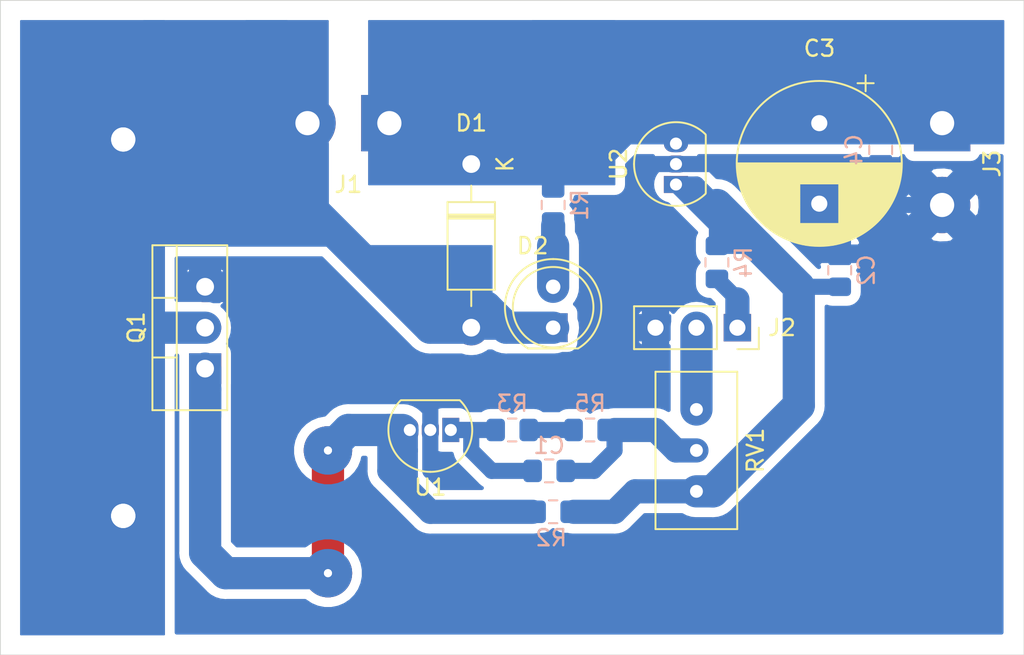
<source format=kicad_pcb>
(kicad_pcb (version 20171130) (host pcbnew "(5.1.4)-1")

  (general
    (thickness 1.6)
    (drawings 13)
    (tracks 114)
    (zones 0)
    (modules 18)
    (nets 12)
  )

  (page A4)
  (title_block
    (title "Magnetic levitation device")
    (date 2019-10-24)
    (rev V2.0)
    (company "Electrical Projects [Creative Lab]")
    (comment 1 https://www.youtube.com/user/ElectricalPro/videos)
  )

  (layers
    (0 F.Cu signal)
    (31 B.Cu signal)
    (32 B.Adhes user)
    (33 F.Adhes user)
    (34 B.Paste user)
    (35 F.Paste user)
    (36 B.SilkS user)
    (37 F.SilkS user)
    (38 B.Mask user)
    (39 F.Mask user)
    (40 Dwgs.User user)
    (41 Cmts.User user)
    (42 Eco1.User user)
    (43 Eco2.User user)
    (44 Edge.Cuts user)
    (45 Margin user)
    (46 B.CrtYd user)
    (47 F.CrtYd user)
    (48 B.Fab user)
    (49 F.Fab user)
  )

  (setup
    (last_trace_width 0.25)
    (trace_clearance 0.2)
    (zone_clearance 0.508)
    (zone_45_only no)
    (trace_min 0.2)
    (via_size 0.8)
    (via_drill 0.4)
    (via_min_size 0.4)
    (via_min_drill 0.3)
    (uvia_size 0.3)
    (uvia_drill 0.1)
    (uvias_allowed no)
    (uvia_min_size 0.2)
    (uvia_min_drill 0.1)
    (edge_width 0.05)
    (segment_width 0.2)
    (pcb_text_width 0.3)
    (pcb_text_size 1.5 1.5)
    (mod_edge_width 0.12)
    (mod_text_size 1 1)
    (mod_text_width 0.15)
    (pad_size 1.15 1.4)
    (pad_drill 0)
    (pad_to_mask_clearance 0.051)
    (solder_mask_min_width 0.25)
    (aux_axis_origin 0 0)
    (visible_elements 7FFFEFFF)
    (pcbplotparams
      (layerselection 0x010fc_ffffffff)
      (usegerberextensions false)
      (usegerberattributes false)
      (usegerberadvancedattributes false)
      (creategerberjobfile false)
      (excludeedgelayer true)
      (linewidth 0.100000)
      (plotframeref false)
      (viasonmask false)
      (mode 1)
      (useauxorigin false)
      (hpglpennumber 1)
      (hpglpenspeed 20)
      (hpglpendiameter 15.000000)
      (psnegative false)
      (psa4output false)
      (plotreference true)
      (plotvalue true)
      (plotinvisibletext false)
      (padsonsilk false)
      (subtractmaskfromsilk false)
      (outputformat 1)
      (mirror false)
      (drillshape 1)
      (scaleselection 1)
      (outputdirectory ""))
  )

  (net 0 "")
  (net 1 "Net-(C1-Pad1)")
  (net 2 "Net-(C1-Pad2)")
  (net 3 "Net-(C2-Pad1)")
  (net 4 GND)
  (net 5 "Net-(C3-Pad1)")
  (net 6 "Net-(D1-Pad2)")
  (net 7 "Net-(D2-Pad2)")
  (net 8 "Net-(J2-Pad1)")
  (net 9 "Net-(J2-Pad2)")
  (net 10 "Net-(Q1-Pad1)")
  (net 11 "Net-(R3-Pad1)")

  (net_class Default "This is the default net class."
    (clearance 0.2)
    (trace_width 0.25)
    (via_dia 0.8)
    (via_drill 0.4)
    (uvia_dia 0.3)
    (uvia_drill 0.1)
    (add_net GND)
    (add_net "Net-(C1-Pad1)")
    (add_net "Net-(C1-Pad2)")
    (add_net "Net-(C2-Pad1)")
    (add_net "Net-(C3-Pad1)")
    (add_net "Net-(D1-Pad2)")
    (add_net "Net-(D2-Pad2)")
    (add_net "Net-(J2-Pad1)")
    (add_net "Net-(J2-Pad2)")
    (add_net "Net-(Q1-Pad1)")
    (add_net "Net-(R3-Pad1)")
  )

  (module Package_TO_SOT_THT:TO-92_Inline (layer F.Cu) (tedit 5A1DD157) (tstamp 5DAF19ED)
    (at 121.92 58.42 90)
    (descr "TO-92 leads in-line, narrow, oval pads, drill 0.75mm (see NXP sot054_po.pdf)")
    (tags "to-92 sc-43 sc-43a sot54 PA33 transistor")
    (path /5DAF08E9)
    (fp_text reference U2 (at 1.27 -3.56 90) (layer F.SilkS)
      (effects (font (size 1 1) (thickness 0.15)))
    )
    (fp_text value L78L05_TO92 (at 4.84 -0.41) (layer F.Fab)
      (effects (font (size 1 1) (thickness 0.15)))
    )
    (fp_text user %R (at 1.27 -3.56 90) (layer F.Fab)
      (effects (font (size 1 1) (thickness 0.15)))
    )
    (fp_line (start -0.53 1.85) (end 3.07 1.85) (layer F.SilkS) (width 0.12))
    (fp_line (start -0.5 1.75) (end 3 1.75) (layer F.Fab) (width 0.1))
    (fp_line (start -1.46 -2.73) (end 4 -2.73) (layer F.CrtYd) (width 0.05))
    (fp_line (start -1.46 -2.73) (end -1.46 2.01) (layer F.CrtYd) (width 0.05))
    (fp_line (start 4 2.01) (end 4 -2.73) (layer F.CrtYd) (width 0.05))
    (fp_line (start 4 2.01) (end -1.46 2.01) (layer F.CrtYd) (width 0.05))
    (fp_arc (start 1.27 0) (end 1.27 -2.48) (angle 135) (layer F.Fab) (width 0.1))
    (fp_arc (start 1.27 0) (end 1.27 -2.6) (angle -135) (layer F.SilkS) (width 0.12))
    (fp_arc (start 1.27 0) (end 1.27 -2.48) (angle -135) (layer F.Fab) (width 0.1))
    (fp_arc (start 1.27 0) (end 1.27 -2.6) (angle 135) (layer F.SilkS) (width 0.12))
    (pad 2 thru_hole oval (at 1.27 0 90) (size 1.05 1.5) (drill 0.75) (layers *.Cu *.Mask)
      (net 4 GND))
    (pad 3 thru_hole oval (at 2.54 0 90) (size 1.05 1.5) (drill 0.75) (layers *.Cu *.Mask)
      (net 5 "Net-(C3-Pad1)"))
    (pad 1 thru_hole rect (at 0 0 90) (size 1.05 1.5) (drill 0.75) (layers *.Cu *.Mask)
      (net 3 "Net-(C2-Pad1)"))
    (model ${KISYS3DMOD}/Package_TO_SOT_THT.3dshapes/TO-92_Inline.wrl
      (at (xyz 0 0 0))
      (scale (xyz 1 1 1))
      (rotate (xyz 0 0 0))
    )
  )

  (module Connector_Wire:SolderWirePad_1x02_P5.08mm_Drill1.5mm (layer F.Cu) (tedit 5AEE5F19) (tstamp 5DAF1943)
    (at 138.43 54.61 270)
    (descr "Wire solder connection")
    (tags connector)
    (path /5DB1A49E)
    (attr virtual)
    (fp_text reference J3 (at 2.51 -3.1 90) (layer F.SilkS)
      (effects (font (size 1 1) (thickness 0.15)))
    )
    (fp_text value "Power in" (at 2.91 -2.97 90) (layer F.Fab)
      (effects (font (size 1 1) (thickness 0.15)))
    )
    (fp_text user %R (at 2.54 0 90) (layer F.Fab)
      (effects (font (size 1 1) (thickness 0.15)))
    )
    (fp_line (start -2.25 -2.25) (end 7.33 -2.25) (layer F.CrtYd) (width 0.05))
    (fp_line (start -2.25 -2.25) (end -2.25 2.25) (layer F.CrtYd) (width 0.05))
    (fp_line (start 7.33 2.25) (end 7.33 -2.25) (layer F.CrtYd) (width 0.05))
    (fp_line (start 7.33 2.25) (end -2.25 2.25) (layer F.CrtYd) (width 0.05))
    (pad 1 thru_hole rect (at 0 0 270) (size 3.50012 3.50012) (drill 1.50114) (layers *.Cu *.Mask)
      (net 5 "Net-(C3-Pad1)"))
    (pad 2 thru_hole circle (at 5.08 0 270) (size 3.50012 3.50012) (drill 1.50114) (layers *.Cu *.Mask)
      (net 4 GND))
  )

  (module Capacitor_SMD:C_0805_2012Metric_Pad1.15x1.40mm_HandSolder (layer B.Cu) (tedit 5B36C52B) (tstamp 5DAF18E5)
    (at 134.62 56.27 270)
    (descr "Capacitor SMD 0805 (2012 Metric), square (rectangular) end terminal, IPC_7351 nominal with elongated pad for handsoldering. (Body size source: https://docs.google.com/spreadsheets/d/1BsfQQcO9C6DZCsRaXUlFlo91Tg2WpOkGARC1WS5S8t0/edit?usp=sharing), generated with kicad-footprint-generator")
    (tags "capacitor handsolder")
    (path /5DB3EEA7)
    (attr smd)
    (fp_text reference C4 (at 0 1.65 270) (layer B.SilkS)
      (effects (font (size 1 1) (thickness 0.15)) (justify mirror))
    )
    (fp_text value 1uF (at 0 -1.65 270) (layer B.Fab)
      (effects (font (size 1 1) (thickness 0.15)) (justify mirror))
    )
    (fp_text user %R (at 0 0 270) (layer B.Fab)
      (effects (font (size 0.5 0.5) (thickness 0.08)) (justify mirror))
    )
    (fp_line (start 1.85 -0.95) (end -1.85 -0.95) (layer B.CrtYd) (width 0.05))
    (fp_line (start 1.85 0.95) (end 1.85 -0.95) (layer B.CrtYd) (width 0.05))
    (fp_line (start -1.85 0.95) (end 1.85 0.95) (layer B.CrtYd) (width 0.05))
    (fp_line (start -1.85 -0.95) (end -1.85 0.95) (layer B.CrtYd) (width 0.05))
    (fp_line (start -0.261252 -0.71) (end 0.261252 -0.71) (layer B.SilkS) (width 0.12))
    (fp_line (start -0.261252 0.71) (end 0.261252 0.71) (layer B.SilkS) (width 0.12))
    (fp_line (start 1 -0.6) (end -1 -0.6) (layer B.Fab) (width 0.1))
    (fp_line (start 1 0.6) (end 1 -0.6) (layer B.Fab) (width 0.1))
    (fp_line (start -1 0.6) (end 1 0.6) (layer B.Fab) (width 0.1))
    (fp_line (start -1 -0.6) (end -1 0.6) (layer B.Fab) (width 0.1))
    (pad 2 smd roundrect (at 1.025 0 270) (size 1.15 1.4) (layers B.Cu B.Paste B.Mask) (roundrect_rratio 0.217391)
      (net 4 GND))
    (pad 1 smd roundrect (at -1.025 0 270) (size 1.15 1.4) (layers B.Cu B.Paste B.Mask) (roundrect_rratio 0.217391)
      (net 5 "Net-(C3-Pad1)"))
    (model ${KISYS3DMOD}/Capacitor_SMD.3dshapes/C_0805_2012Metric.wrl
      (at (xyz 0 0 0))
      (scale (xyz 1 1 1))
      (rotate (xyz 0 0 0))
    )
  )

  (module Capacitor_THT:CP_Radial_D10.0mm_P5.00mm (layer F.Cu) (tedit 5AE50EF1) (tstamp 5DAF18D4)
    (at 130.81 54.61 270)
    (descr "CP, Radial series, Radial, pin pitch=5.00mm, , diameter=10mm, Electrolytic Capacitor")
    (tags "CP Radial series Radial pin pitch 5.00mm  diameter 10mm Electrolytic Capacitor")
    (path /5DAF499D)
    (fp_text reference C3 (at -4.64 -0.01) (layer F.SilkS)
      (effects (font (size 1 1) (thickness 0.15)))
    )
    (fp_text value 1000uF (at -3.34 -0.02) (layer F.Fab)
      (effects (font (size 1 1) (thickness 0.15)))
    )
    (fp_circle (center 2.5 0) (end 7.5 0) (layer F.Fab) (width 0.1))
    (fp_circle (center 2.5 0) (end 7.62 0) (layer F.SilkS) (width 0.12))
    (fp_circle (center 2.5 0) (end 7.75 0) (layer F.CrtYd) (width 0.05))
    (fp_line (start -1.788861 -2.1875) (end -0.788861 -2.1875) (layer F.Fab) (width 0.1))
    (fp_line (start -1.288861 -2.6875) (end -1.288861 -1.6875) (layer F.Fab) (width 0.1))
    (fp_line (start 2.5 -5.08) (end 2.5 5.08) (layer F.SilkS) (width 0.12))
    (fp_line (start 2.54 -5.08) (end 2.54 5.08) (layer F.SilkS) (width 0.12))
    (fp_line (start 2.58 -5.08) (end 2.58 5.08) (layer F.SilkS) (width 0.12))
    (fp_line (start 2.62 -5.079) (end 2.62 5.079) (layer F.SilkS) (width 0.12))
    (fp_line (start 2.66 -5.078) (end 2.66 5.078) (layer F.SilkS) (width 0.12))
    (fp_line (start 2.7 -5.077) (end 2.7 5.077) (layer F.SilkS) (width 0.12))
    (fp_line (start 2.74 -5.075) (end 2.74 5.075) (layer F.SilkS) (width 0.12))
    (fp_line (start 2.78 -5.073) (end 2.78 5.073) (layer F.SilkS) (width 0.12))
    (fp_line (start 2.82 -5.07) (end 2.82 5.07) (layer F.SilkS) (width 0.12))
    (fp_line (start 2.86 -5.068) (end 2.86 5.068) (layer F.SilkS) (width 0.12))
    (fp_line (start 2.9 -5.065) (end 2.9 5.065) (layer F.SilkS) (width 0.12))
    (fp_line (start 2.94 -5.062) (end 2.94 5.062) (layer F.SilkS) (width 0.12))
    (fp_line (start 2.98 -5.058) (end 2.98 5.058) (layer F.SilkS) (width 0.12))
    (fp_line (start 3.02 -5.054) (end 3.02 5.054) (layer F.SilkS) (width 0.12))
    (fp_line (start 3.06 -5.05) (end 3.06 5.05) (layer F.SilkS) (width 0.12))
    (fp_line (start 3.1 -5.045) (end 3.1 5.045) (layer F.SilkS) (width 0.12))
    (fp_line (start 3.14 -5.04) (end 3.14 5.04) (layer F.SilkS) (width 0.12))
    (fp_line (start 3.18 -5.035) (end 3.18 5.035) (layer F.SilkS) (width 0.12))
    (fp_line (start 3.221 -5.03) (end 3.221 5.03) (layer F.SilkS) (width 0.12))
    (fp_line (start 3.261 -5.024) (end 3.261 5.024) (layer F.SilkS) (width 0.12))
    (fp_line (start 3.301 -5.018) (end 3.301 5.018) (layer F.SilkS) (width 0.12))
    (fp_line (start 3.341 -5.011) (end 3.341 5.011) (layer F.SilkS) (width 0.12))
    (fp_line (start 3.381 -5.004) (end 3.381 5.004) (layer F.SilkS) (width 0.12))
    (fp_line (start 3.421 -4.997) (end 3.421 4.997) (layer F.SilkS) (width 0.12))
    (fp_line (start 3.461 -4.99) (end 3.461 4.99) (layer F.SilkS) (width 0.12))
    (fp_line (start 3.501 -4.982) (end 3.501 4.982) (layer F.SilkS) (width 0.12))
    (fp_line (start 3.541 -4.974) (end 3.541 4.974) (layer F.SilkS) (width 0.12))
    (fp_line (start 3.581 -4.965) (end 3.581 4.965) (layer F.SilkS) (width 0.12))
    (fp_line (start 3.621 -4.956) (end 3.621 4.956) (layer F.SilkS) (width 0.12))
    (fp_line (start 3.661 -4.947) (end 3.661 4.947) (layer F.SilkS) (width 0.12))
    (fp_line (start 3.701 -4.938) (end 3.701 4.938) (layer F.SilkS) (width 0.12))
    (fp_line (start 3.741 -4.928) (end 3.741 4.928) (layer F.SilkS) (width 0.12))
    (fp_line (start 3.781 -4.918) (end 3.781 -1.241) (layer F.SilkS) (width 0.12))
    (fp_line (start 3.781 1.241) (end 3.781 4.918) (layer F.SilkS) (width 0.12))
    (fp_line (start 3.821 -4.907) (end 3.821 -1.241) (layer F.SilkS) (width 0.12))
    (fp_line (start 3.821 1.241) (end 3.821 4.907) (layer F.SilkS) (width 0.12))
    (fp_line (start 3.861 -4.897) (end 3.861 -1.241) (layer F.SilkS) (width 0.12))
    (fp_line (start 3.861 1.241) (end 3.861 4.897) (layer F.SilkS) (width 0.12))
    (fp_line (start 3.901 -4.885) (end 3.901 -1.241) (layer F.SilkS) (width 0.12))
    (fp_line (start 3.901 1.241) (end 3.901 4.885) (layer F.SilkS) (width 0.12))
    (fp_line (start 3.941 -4.874) (end 3.941 -1.241) (layer F.SilkS) (width 0.12))
    (fp_line (start 3.941 1.241) (end 3.941 4.874) (layer F.SilkS) (width 0.12))
    (fp_line (start 3.981 -4.862) (end 3.981 -1.241) (layer F.SilkS) (width 0.12))
    (fp_line (start 3.981 1.241) (end 3.981 4.862) (layer F.SilkS) (width 0.12))
    (fp_line (start 4.021 -4.85) (end 4.021 -1.241) (layer F.SilkS) (width 0.12))
    (fp_line (start 4.021 1.241) (end 4.021 4.85) (layer F.SilkS) (width 0.12))
    (fp_line (start 4.061 -4.837) (end 4.061 -1.241) (layer F.SilkS) (width 0.12))
    (fp_line (start 4.061 1.241) (end 4.061 4.837) (layer F.SilkS) (width 0.12))
    (fp_line (start 4.101 -4.824) (end 4.101 -1.241) (layer F.SilkS) (width 0.12))
    (fp_line (start 4.101 1.241) (end 4.101 4.824) (layer F.SilkS) (width 0.12))
    (fp_line (start 4.141 -4.811) (end 4.141 -1.241) (layer F.SilkS) (width 0.12))
    (fp_line (start 4.141 1.241) (end 4.141 4.811) (layer F.SilkS) (width 0.12))
    (fp_line (start 4.181 -4.797) (end 4.181 -1.241) (layer F.SilkS) (width 0.12))
    (fp_line (start 4.181 1.241) (end 4.181 4.797) (layer F.SilkS) (width 0.12))
    (fp_line (start 4.221 -4.783) (end 4.221 -1.241) (layer F.SilkS) (width 0.12))
    (fp_line (start 4.221 1.241) (end 4.221 4.783) (layer F.SilkS) (width 0.12))
    (fp_line (start 4.261 -4.768) (end 4.261 -1.241) (layer F.SilkS) (width 0.12))
    (fp_line (start 4.261 1.241) (end 4.261 4.768) (layer F.SilkS) (width 0.12))
    (fp_line (start 4.301 -4.754) (end 4.301 -1.241) (layer F.SilkS) (width 0.12))
    (fp_line (start 4.301 1.241) (end 4.301 4.754) (layer F.SilkS) (width 0.12))
    (fp_line (start 4.341 -4.738) (end 4.341 -1.241) (layer F.SilkS) (width 0.12))
    (fp_line (start 4.341 1.241) (end 4.341 4.738) (layer F.SilkS) (width 0.12))
    (fp_line (start 4.381 -4.723) (end 4.381 -1.241) (layer F.SilkS) (width 0.12))
    (fp_line (start 4.381 1.241) (end 4.381 4.723) (layer F.SilkS) (width 0.12))
    (fp_line (start 4.421 -4.707) (end 4.421 -1.241) (layer F.SilkS) (width 0.12))
    (fp_line (start 4.421 1.241) (end 4.421 4.707) (layer F.SilkS) (width 0.12))
    (fp_line (start 4.461 -4.69) (end 4.461 -1.241) (layer F.SilkS) (width 0.12))
    (fp_line (start 4.461 1.241) (end 4.461 4.69) (layer F.SilkS) (width 0.12))
    (fp_line (start 4.501 -4.674) (end 4.501 -1.241) (layer F.SilkS) (width 0.12))
    (fp_line (start 4.501 1.241) (end 4.501 4.674) (layer F.SilkS) (width 0.12))
    (fp_line (start 4.541 -4.657) (end 4.541 -1.241) (layer F.SilkS) (width 0.12))
    (fp_line (start 4.541 1.241) (end 4.541 4.657) (layer F.SilkS) (width 0.12))
    (fp_line (start 4.581 -4.639) (end 4.581 -1.241) (layer F.SilkS) (width 0.12))
    (fp_line (start 4.581 1.241) (end 4.581 4.639) (layer F.SilkS) (width 0.12))
    (fp_line (start 4.621 -4.621) (end 4.621 -1.241) (layer F.SilkS) (width 0.12))
    (fp_line (start 4.621 1.241) (end 4.621 4.621) (layer F.SilkS) (width 0.12))
    (fp_line (start 4.661 -4.603) (end 4.661 -1.241) (layer F.SilkS) (width 0.12))
    (fp_line (start 4.661 1.241) (end 4.661 4.603) (layer F.SilkS) (width 0.12))
    (fp_line (start 4.701 -4.584) (end 4.701 -1.241) (layer F.SilkS) (width 0.12))
    (fp_line (start 4.701 1.241) (end 4.701 4.584) (layer F.SilkS) (width 0.12))
    (fp_line (start 4.741 -4.564) (end 4.741 -1.241) (layer F.SilkS) (width 0.12))
    (fp_line (start 4.741 1.241) (end 4.741 4.564) (layer F.SilkS) (width 0.12))
    (fp_line (start 4.781 -4.545) (end 4.781 -1.241) (layer F.SilkS) (width 0.12))
    (fp_line (start 4.781 1.241) (end 4.781 4.545) (layer F.SilkS) (width 0.12))
    (fp_line (start 4.821 -4.525) (end 4.821 -1.241) (layer F.SilkS) (width 0.12))
    (fp_line (start 4.821 1.241) (end 4.821 4.525) (layer F.SilkS) (width 0.12))
    (fp_line (start 4.861 -4.504) (end 4.861 -1.241) (layer F.SilkS) (width 0.12))
    (fp_line (start 4.861 1.241) (end 4.861 4.504) (layer F.SilkS) (width 0.12))
    (fp_line (start 4.901 -4.483) (end 4.901 -1.241) (layer F.SilkS) (width 0.12))
    (fp_line (start 4.901 1.241) (end 4.901 4.483) (layer F.SilkS) (width 0.12))
    (fp_line (start 4.941 -4.462) (end 4.941 -1.241) (layer F.SilkS) (width 0.12))
    (fp_line (start 4.941 1.241) (end 4.941 4.462) (layer F.SilkS) (width 0.12))
    (fp_line (start 4.981 -4.44) (end 4.981 -1.241) (layer F.SilkS) (width 0.12))
    (fp_line (start 4.981 1.241) (end 4.981 4.44) (layer F.SilkS) (width 0.12))
    (fp_line (start 5.021 -4.417) (end 5.021 -1.241) (layer F.SilkS) (width 0.12))
    (fp_line (start 5.021 1.241) (end 5.021 4.417) (layer F.SilkS) (width 0.12))
    (fp_line (start 5.061 -4.395) (end 5.061 -1.241) (layer F.SilkS) (width 0.12))
    (fp_line (start 5.061 1.241) (end 5.061 4.395) (layer F.SilkS) (width 0.12))
    (fp_line (start 5.101 -4.371) (end 5.101 -1.241) (layer F.SilkS) (width 0.12))
    (fp_line (start 5.101 1.241) (end 5.101 4.371) (layer F.SilkS) (width 0.12))
    (fp_line (start 5.141 -4.347) (end 5.141 -1.241) (layer F.SilkS) (width 0.12))
    (fp_line (start 5.141 1.241) (end 5.141 4.347) (layer F.SilkS) (width 0.12))
    (fp_line (start 5.181 -4.323) (end 5.181 -1.241) (layer F.SilkS) (width 0.12))
    (fp_line (start 5.181 1.241) (end 5.181 4.323) (layer F.SilkS) (width 0.12))
    (fp_line (start 5.221 -4.298) (end 5.221 -1.241) (layer F.SilkS) (width 0.12))
    (fp_line (start 5.221 1.241) (end 5.221 4.298) (layer F.SilkS) (width 0.12))
    (fp_line (start 5.261 -4.273) (end 5.261 -1.241) (layer F.SilkS) (width 0.12))
    (fp_line (start 5.261 1.241) (end 5.261 4.273) (layer F.SilkS) (width 0.12))
    (fp_line (start 5.301 -4.247) (end 5.301 -1.241) (layer F.SilkS) (width 0.12))
    (fp_line (start 5.301 1.241) (end 5.301 4.247) (layer F.SilkS) (width 0.12))
    (fp_line (start 5.341 -4.221) (end 5.341 -1.241) (layer F.SilkS) (width 0.12))
    (fp_line (start 5.341 1.241) (end 5.341 4.221) (layer F.SilkS) (width 0.12))
    (fp_line (start 5.381 -4.194) (end 5.381 -1.241) (layer F.SilkS) (width 0.12))
    (fp_line (start 5.381 1.241) (end 5.381 4.194) (layer F.SilkS) (width 0.12))
    (fp_line (start 5.421 -4.166) (end 5.421 -1.241) (layer F.SilkS) (width 0.12))
    (fp_line (start 5.421 1.241) (end 5.421 4.166) (layer F.SilkS) (width 0.12))
    (fp_line (start 5.461 -4.138) (end 5.461 -1.241) (layer F.SilkS) (width 0.12))
    (fp_line (start 5.461 1.241) (end 5.461 4.138) (layer F.SilkS) (width 0.12))
    (fp_line (start 5.501 -4.11) (end 5.501 -1.241) (layer F.SilkS) (width 0.12))
    (fp_line (start 5.501 1.241) (end 5.501 4.11) (layer F.SilkS) (width 0.12))
    (fp_line (start 5.541 -4.08) (end 5.541 -1.241) (layer F.SilkS) (width 0.12))
    (fp_line (start 5.541 1.241) (end 5.541 4.08) (layer F.SilkS) (width 0.12))
    (fp_line (start 5.581 -4.05) (end 5.581 -1.241) (layer F.SilkS) (width 0.12))
    (fp_line (start 5.581 1.241) (end 5.581 4.05) (layer F.SilkS) (width 0.12))
    (fp_line (start 5.621 -4.02) (end 5.621 -1.241) (layer F.SilkS) (width 0.12))
    (fp_line (start 5.621 1.241) (end 5.621 4.02) (layer F.SilkS) (width 0.12))
    (fp_line (start 5.661 -3.989) (end 5.661 -1.241) (layer F.SilkS) (width 0.12))
    (fp_line (start 5.661 1.241) (end 5.661 3.989) (layer F.SilkS) (width 0.12))
    (fp_line (start 5.701 -3.957) (end 5.701 -1.241) (layer F.SilkS) (width 0.12))
    (fp_line (start 5.701 1.241) (end 5.701 3.957) (layer F.SilkS) (width 0.12))
    (fp_line (start 5.741 -3.925) (end 5.741 -1.241) (layer F.SilkS) (width 0.12))
    (fp_line (start 5.741 1.241) (end 5.741 3.925) (layer F.SilkS) (width 0.12))
    (fp_line (start 5.781 -3.892) (end 5.781 -1.241) (layer F.SilkS) (width 0.12))
    (fp_line (start 5.781 1.241) (end 5.781 3.892) (layer F.SilkS) (width 0.12))
    (fp_line (start 5.821 -3.858) (end 5.821 -1.241) (layer F.SilkS) (width 0.12))
    (fp_line (start 5.821 1.241) (end 5.821 3.858) (layer F.SilkS) (width 0.12))
    (fp_line (start 5.861 -3.824) (end 5.861 -1.241) (layer F.SilkS) (width 0.12))
    (fp_line (start 5.861 1.241) (end 5.861 3.824) (layer F.SilkS) (width 0.12))
    (fp_line (start 5.901 -3.789) (end 5.901 -1.241) (layer F.SilkS) (width 0.12))
    (fp_line (start 5.901 1.241) (end 5.901 3.789) (layer F.SilkS) (width 0.12))
    (fp_line (start 5.941 -3.753) (end 5.941 -1.241) (layer F.SilkS) (width 0.12))
    (fp_line (start 5.941 1.241) (end 5.941 3.753) (layer F.SilkS) (width 0.12))
    (fp_line (start 5.981 -3.716) (end 5.981 -1.241) (layer F.SilkS) (width 0.12))
    (fp_line (start 5.981 1.241) (end 5.981 3.716) (layer F.SilkS) (width 0.12))
    (fp_line (start 6.021 -3.679) (end 6.021 -1.241) (layer F.SilkS) (width 0.12))
    (fp_line (start 6.021 1.241) (end 6.021 3.679) (layer F.SilkS) (width 0.12))
    (fp_line (start 6.061 -3.64) (end 6.061 -1.241) (layer F.SilkS) (width 0.12))
    (fp_line (start 6.061 1.241) (end 6.061 3.64) (layer F.SilkS) (width 0.12))
    (fp_line (start 6.101 -3.601) (end 6.101 -1.241) (layer F.SilkS) (width 0.12))
    (fp_line (start 6.101 1.241) (end 6.101 3.601) (layer F.SilkS) (width 0.12))
    (fp_line (start 6.141 -3.561) (end 6.141 -1.241) (layer F.SilkS) (width 0.12))
    (fp_line (start 6.141 1.241) (end 6.141 3.561) (layer F.SilkS) (width 0.12))
    (fp_line (start 6.181 -3.52) (end 6.181 -1.241) (layer F.SilkS) (width 0.12))
    (fp_line (start 6.181 1.241) (end 6.181 3.52) (layer F.SilkS) (width 0.12))
    (fp_line (start 6.221 -3.478) (end 6.221 -1.241) (layer F.SilkS) (width 0.12))
    (fp_line (start 6.221 1.241) (end 6.221 3.478) (layer F.SilkS) (width 0.12))
    (fp_line (start 6.261 -3.436) (end 6.261 3.436) (layer F.SilkS) (width 0.12))
    (fp_line (start 6.301 -3.392) (end 6.301 3.392) (layer F.SilkS) (width 0.12))
    (fp_line (start 6.341 -3.347) (end 6.341 3.347) (layer F.SilkS) (width 0.12))
    (fp_line (start 6.381 -3.301) (end 6.381 3.301) (layer F.SilkS) (width 0.12))
    (fp_line (start 6.421 -3.254) (end 6.421 3.254) (layer F.SilkS) (width 0.12))
    (fp_line (start 6.461 -3.206) (end 6.461 3.206) (layer F.SilkS) (width 0.12))
    (fp_line (start 6.501 -3.156) (end 6.501 3.156) (layer F.SilkS) (width 0.12))
    (fp_line (start 6.541 -3.106) (end 6.541 3.106) (layer F.SilkS) (width 0.12))
    (fp_line (start 6.581 -3.054) (end 6.581 3.054) (layer F.SilkS) (width 0.12))
    (fp_line (start 6.621 -3) (end 6.621 3) (layer F.SilkS) (width 0.12))
    (fp_line (start 6.661 -2.945) (end 6.661 2.945) (layer F.SilkS) (width 0.12))
    (fp_line (start 6.701 -2.889) (end 6.701 2.889) (layer F.SilkS) (width 0.12))
    (fp_line (start 6.741 -2.83) (end 6.741 2.83) (layer F.SilkS) (width 0.12))
    (fp_line (start 6.781 -2.77) (end 6.781 2.77) (layer F.SilkS) (width 0.12))
    (fp_line (start 6.821 -2.709) (end 6.821 2.709) (layer F.SilkS) (width 0.12))
    (fp_line (start 6.861 -2.645) (end 6.861 2.645) (layer F.SilkS) (width 0.12))
    (fp_line (start 6.901 -2.579) (end 6.901 2.579) (layer F.SilkS) (width 0.12))
    (fp_line (start 6.941 -2.51) (end 6.941 2.51) (layer F.SilkS) (width 0.12))
    (fp_line (start 6.981 -2.439) (end 6.981 2.439) (layer F.SilkS) (width 0.12))
    (fp_line (start 7.021 -2.365) (end 7.021 2.365) (layer F.SilkS) (width 0.12))
    (fp_line (start 7.061 -2.289) (end 7.061 2.289) (layer F.SilkS) (width 0.12))
    (fp_line (start 7.101 -2.209) (end 7.101 2.209) (layer F.SilkS) (width 0.12))
    (fp_line (start 7.141 -2.125) (end 7.141 2.125) (layer F.SilkS) (width 0.12))
    (fp_line (start 7.181 -2.037) (end 7.181 2.037) (layer F.SilkS) (width 0.12))
    (fp_line (start 7.221 -1.944) (end 7.221 1.944) (layer F.SilkS) (width 0.12))
    (fp_line (start 7.261 -1.846) (end 7.261 1.846) (layer F.SilkS) (width 0.12))
    (fp_line (start 7.301 -1.742) (end 7.301 1.742) (layer F.SilkS) (width 0.12))
    (fp_line (start 7.341 -1.63) (end 7.341 1.63) (layer F.SilkS) (width 0.12))
    (fp_line (start 7.381 -1.51) (end 7.381 1.51) (layer F.SilkS) (width 0.12))
    (fp_line (start 7.421 -1.378) (end 7.421 1.378) (layer F.SilkS) (width 0.12))
    (fp_line (start 7.461 -1.23) (end 7.461 1.23) (layer F.SilkS) (width 0.12))
    (fp_line (start 7.501 -1.062) (end 7.501 1.062) (layer F.SilkS) (width 0.12))
    (fp_line (start 7.541 -0.862) (end 7.541 0.862) (layer F.SilkS) (width 0.12))
    (fp_line (start 7.581 -0.599) (end 7.581 0.599) (layer F.SilkS) (width 0.12))
    (fp_line (start -2.979646 -2.875) (end -1.979646 -2.875) (layer F.SilkS) (width 0.12))
    (fp_line (start -2.479646 -3.375) (end -2.479646 -2.375) (layer F.SilkS) (width 0.12))
    (fp_text user %R (at 2.5 0 90) (layer F.Fab)
      (effects (font (size 1 1) (thickness 0.15)))
    )
    (pad 1 thru_hole rect (at 0 0 270) (size 2 2) (drill 1) (layers *.Cu *.Mask)
      (net 5 "Net-(C3-Pad1)"))
    (pad 2 thru_hole circle (at 5 0 270) (size 2 2) (drill 1) (layers *.Cu *.Mask)
      (net 4 GND))
    (model ${KISYS3DMOD}/Capacitor_THT.3dshapes/CP_Radial_D10.0mm_P5.00mm.wrl
      (at (xyz 0 0 0))
      (scale (xyz 1 1 1))
      (rotate (xyz 0 0 0))
    )
  )

  (module Package_TO_SOT_THT:TO-92_Inline (layer F.Cu) (tedit 5A1DD157) (tstamp 5DAF19DB)
    (at 107.95 73.66 180)
    (descr "TO-92 leads in-line, narrow, oval pads, drill 0.75mm (see NXP sot054_po.pdf)")
    (tags "to-92 sc-43 sc-43a sot54 PA33 transistor")
    (path /5DAF00A7)
    (fp_text reference U1 (at 1.27 -3.56) (layer F.SilkS)
      (effects (font (size 1 1) (thickness 0.15)))
    )
    (fp_text value TL431LP (at 1.27 2.79) (layer F.Fab)
      (effects (font (size 1 1) (thickness 0.15)))
    )
    (fp_arc (start 1.27 0) (end 1.27 -2.6) (angle 135) (layer F.SilkS) (width 0.12))
    (fp_arc (start 1.27 0) (end 1.27 -2.48) (angle -135) (layer F.Fab) (width 0.1))
    (fp_arc (start 1.27 0) (end 1.27 -2.6) (angle -135) (layer F.SilkS) (width 0.12))
    (fp_arc (start 1.27 0) (end 1.27 -2.48) (angle 135) (layer F.Fab) (width 0.1))
    (fp_line (start 4 2.01) (end -1.46 2.01) (layer F.CrtYd) (width 0.05))
    (fp_line (start 4 2.01) (end 4 -2.73) (layer F.CrtYd) (width 0.05))
    (fp_line (start -1.46 -2.73) (end -1.46 2.01) (layer F.CrtYd) (width 0.05))
    (fp_line (start -1.46 -2.73) (end 4 -2.73) (layer F.CrtYd) (width 0.05))
    (fp_line (start -0.5 1.75) (end 3 1.75) (layer F.Fab) (width 0.1))
    (fp_line (start -0.53 1.85) (end 3.07 1.85) (layer F.SilkS) (width 0.12))
    (fp_text user %R (at 1.27 -3.56) (layer F.Fab)
      (effects (font (size 1 1) (thickness 0.15)))
    )
    (pad 1 thru_hole rect (at 0 0 180) (size 1.05 1.5) (drill 0.75) (layers *.Cu *.Mask)
      (net 2 "Net-(C1-Pad2)"))
    (pad 3 thru_hole oval (at 2.54 0 180) (size 1.05 1.5) (drill 0.75) (layers *.Cu *.Mask)
      (net 10 "Net-(Q1-Pad1)"))
    (pad 2 thru_hole oval (at 1.27 0 180) (size 1.05 1.5) (drill 0.75) (layers *.Cu *.Mask)
      (net 4 GND))
    (model ${KISYS3DMOD}/Package_TO_SOT_THT.3dshapes/TO-92_Inline.wrl
      (at (xyz 0 0 0))
      (scale (xyz 1 1 1))
      (rotate (xyz 0 0 0))
    )
  )

  (module Capacitor_SMD:C_0805_2012Metric_Pad1.15x1.40mm_HandSolder (layer B.Cu) (tedit 5B36C52B) (tstamp 5DAF17F7)
    (at 114.055 76.2 180)
    (descr "Capacitor SMD 0805 (2012 Metric), square (rectangular) end terminal, IPC_7351 nominal with elongated pad for handsoldering. (Body size source: https://docs.google.com/spreadsheets/d/1BsfQQcO9C6DZCsRaXUlFlo91Tg2WpOkGARC1WS5S8t0/edit?usp=sharing), generated with kicad-footprint-generator")
    (tags "capacitor handsolder")
    (path /5DB0EC0F)
    (attr smd)
    (fp_text reference C1 (at 0.005 1.57) (layer B.SilkS)
      (effects (font (size 1 1) (thickness 0.15)) (justify mirror))
    )
    (fp_text value 100nF (at -0.075 -0.07) (layer B.Fab)
      (effects (font (size 1 1) (thickness 0.15)) (justify mirror))
    )
    (fp_line (start -1 -0.6) (end -1 0.6) (layer B.Fab) (width 0.1))
    (fp_line (start -1 0.6) (end 1 0.6) (layer B.Fab) (width 0.1))
    (fp_line (start 1 0.6) (end 1 -0.6) (layer B.Fab) (width 0.1))
    (fp_line (start 1 -0.6) (end -1 -0.6) (layer B.Fab) (width 0.1))
    (fp_line (start -0.261252 0.71) (end 0.261252 0.71) (layer B.SilkS) (width 0.12))
    (fp_line (start -0.261252 -0.71) (end 0.261252 -0.71) (layer B.SilkS) (width 0.12))
    (fp_line (start -1.85 -0.95) (end -1.85 0.95) (layer B.CrtYd) (width 0.05))
    (fp_line (start -1.85 0.95) (end 1.85 0.95) (layer B.CrtYd) (width 0.05))
    (fp_line (start 1.85 0.95) (end 1.85 -0.95) (layer B.CrtYd) (width 0.05))
    (fp_line (start 1.85 -0.95) (end -1.85 -0.95) (layer B.CrtYd) (width 0.05))
    (fp_text user %R (at 0 0) (layer B.Fab)
      (effects (font (size 0.5 0.5) (thickness 0.08)) (justify mirror))
    )
    (pad 1 smd roundrect (at -1.025 0 180) (size 1.15 1.4) (layers B.Cu B.Paste B.Mask) (roundrect_rratio 0.217391)
      (net 1 "Net-(C1-Pad1)"))
    (pad 2 smd roundrect (at 1.025 0 180) (size 1.15 1.4) (layers B.Cu B.Paste B.Mask) (roundrect_rratio 0.217391)
      (net 2 "Net-(C1-Pad2)"))
    (model ${KISYS3DMOD}/Capacitor_SMD.3dshapes/C_0805_2012Metric.wrl
      (at (xyz 0 0 0))
      (scale (xyz 1 1 1))
      (rotate (xyz 0 0 0))
    )
  )

  (module Capacitor_SMD:C_0805_2012Metric_Pad1.15x1.40mm_HandSolder (layer B.Cu) (tedit 5B36C52B) (tstamp 5DAF1808)
    (at 132.08 63.745 90)
    (descr "Capacitor SMD 0805 (2012 Metric), square (rectangular) end terminal, IPC_7351 nominal with elongated pad for handsoldering. (Body size source: https://docs.google.com/spreadsheets/d/1BsfQQcO9C6DZCsRaXUlFlo91Tg2WpOkGARC1WS5S8t0/edit?usp=sharing), generated with kicad-footprint-generator")
    (tags "capacitor handsolder")
    (path /5DAF4331)
    (attr smd)
    (fp_text reference C2 (at 0 1.65 90) (layer B.SilkS)
      (effects (font (size 1 1) (thickness 0.15)) (justify mirror))
    )
    (fp_text value 1uF (at 0 -1.65 90) (layer B.Fab)
      (effects (font (size 1 1) (thickness 0.15)) (justify mirror))
    )
    (fp_line (start -1 -0.6) (end -1 0.6) (layer B.Fab) (width 0.1))
    (fp_line (start -1 0.6) (end 1 0.6) (layer B.Fab) (width 0.1))
    (fp_line (start 1 0.6) (end 1 -0.6) (layer B.Fab) (width 0.1))
    (fp_line (start 1 -0.6) (end -1 -0.6) (layer B.Fab) (width 0.1))
    (fp_line (start -0.261252 0.71) (end 0.261252 0.71) (layer B.SilkS) (width 0.12))
    (fp_line (start -0.261252 -0.71) (end 0.261252 -0.71) (layer B.SilkS) (width 0.12))
    (fp_line (start -1.85 -0.95) (end -1.85 0.95) (layer B.CrtYd) (width 0.05))
    (fp_line (start -1.85 0.95) (end 1.85 0.95) (layer B.CrtYd) (width 0.05))
    (fp_line (start 1.85 0.95) (end 1.85 -0.95) (layer B.CrtYd) (width 0.05))
    (fp_line (start 1.85 -0.95) (end -1.85 -0.95) (layer B.CrtYd) (width 0.05))
    (fp_text user %R (at 0 0 90) (layer B.Fab)
      (effects (font (size 0.5 0.5) (thickness 0.08)) (justify mirror))
    )
    (pad 1 smd roundrect (at -1.025 0 90) (size 1.15 1.4) (layers B.Cu B.Paste B.Mask) (roundrect_rratio 0.217391)
      (net 3 "Net-(C2-Pad1)"))
    (pad 2 smd roundrect (at 1.025 0 90) (size 1.15 1.4) (layers B.Cu B.Paste B.Mask) (roundrect_rratio 0.217391)
      (net 4 GND))
    (model ${KISYS3DMOD}/Capacitor_SMD.3dshapes/C_0805_2012Metric.wrl
      (at (xyz 0 0 0))
      (scale (xyz 1 1 1))
      (rotate (xyz 0 0 0))
    )
  )

  (module Diode_THT:D_DO-41_SOD81_P10.16mm_Horizontal (layer F.Cu) (tedit 5AE50CD5) (tstamp 5DAF1904)
    (at 109.22 57.15 270)
    (descr "Diode, DO-41_SOD81 series, Axial, Horizontal, pin pitch=10.16mm, , length*diameter=5.2*2.7mm^2, , http://www.diodes.com/_files/packages/DO-41%20(Plastic).pdf")
    (tags "Diode DO-41_SOD81 series Axial Horizontal pin pitch 10.16mm  length 5.2mm diameter 2.7mm")
    (path /5DAF25C2)
    (fp_text reference D1 (at -2.54 0) (layer F.SilkS)
      (effects (font (size 1 1) (thickness 0.15)))
    )
    (fp_text value 1N4007 (at 5.08 2.47 90) (layer F.Fab)
      (effects (font (size 1 1) (thickness 0.15)))
    )
    (fp_line (start 2.48 -1.35) (end 2.48 1.35) (layer F.Fab) (width 0.1))
    (fp_line (start 2.48 1.35) (end 7.68 1.35) (layer F.Fab) (width 0.1))
    (fp_line (start 7.68 1.35) (end 7.68 -1.35) (layer F.Fab) (width 0.1))
    (fp_line (start 7.68 -1.35) (end 2.48 -1.35) (layer F.Fab) (width 0.1))
    (fp_line (start 0 0) (end 2.48 0) (layer F.Fab) (width 0.1))
    (fp_line (start 10.16 0) (end 7.68 0) (layer F.Fab) (width 0.1))
    (fp_line (start 3.26 -1.35) (end 3.26 1.35) (layer F.Fab) (width 0.1))
    (fp_line (start 3.36 -1.35) (end 3.36 1.35) (layer F.Fab) (width 0.1))
    (fp_line (start 3.16 -1.35) (end 3.16 1.35) (layer F.Fab) (width 0.1))
    (fp_line (start 2.36 -1.47) (end 2.36 1.47) (layer F.SilkS) (width 0.12))
    (fp_line (start 2.36 1.47) (end 7.8 1.47) (layer F.SilkS) (width 0.12))
    (fp_line (start 7.8 1.47) (end 7.8 -1.47) (layer F.SilkS) (width 0.12))
    (fp_line (start 7.8 -1.47) (end 2.36 -1.47) (layer F.SilkS) (width 0.12))
    (fp_line (start 1.34 0) (end 2.36 0) (layer F.SilkS) (width 0.12))
    (fp_line (start 8.82 0) (end 7.8 0) (layer F.SilkS) (width 0.12))
    (fp_line (start 3.26 -1.47) (end 3.26 1.47) (layer F.SilkS) (width 0.12))
    (fp_line (start 3.38 -1.47) (end 3.38 1.47) (layer F.SilkS) (width 0.12))
    (fp_line (start 3.14 -1.47) (end 3.14 1.47) (layer F.SilkS) (width 0.12))
    (fp_line (start -1.35 -1.6) (end -1.35 1.6) (layer F.CrtYd) (width 0.05))
    (fp_line (start -1.35 1.6) (end 11.51 1.6) (layer F.CrtYd) (width 0.05))
    (fp_line (start 11.51 1.6) (end 11.51 -1.6) (layer F.CrtYd) (width 0.05))
    (fp_line (start 11.51 -1.6) (end -1.35 -1.6) (layer F.CrtYd) (width 0.05))
    (fp_text user %R (at 5.47 0 90) (layer F.Fab)
      (effects (font (size 1 1) (thickness 0.15)))
    )
    (fp_text user K (at 0 -2.1 90) (layer F.Fab)
      (effects (font (size 1 1) (thickness 0.15)))
    )
    (fp_text user K (at 0 -2.1 90) (layer F.SilkS)
      (effects (font (size 1 1) (thickness 0.15)))
    )
    (pad 1 thru_hole rect (at 0 0 270) (size 2.2 2.2) (drill 1.1) (layers *.Cu *.Mask)
      (net 5 "Net-(C3-Pad1)"))
    (pad 2 thru_hole oval (at 10.16 0 270) (size 2.2 2.2) (drill 1.1) (layers *.Cu *.Mask)
      (net 6 "Net-(D1-Pad2)"))
    (model ${KISYS3DMOD}/Diode_THT.3dshapes/D_DO-41_SOD81_P10.16mm_Horizontal.wrl
      (at (xyz 0 0 0))
      (scale (xyz 1 1 1))
      (rotate (xyz 0 0 0))
    )
  )

  (module LED_THT:LED_D5.0mm (layer F.Cu) (tedit 5995936A) (tstamp 5DAF1916)
    (at 114.3 67.31 90)
    (descr "LED, diameter 5.0mm, 2 pins, http://cdn-reichelt.de/documents/datenblatt/A500/LL-504BC2E-009.pdf")
    (tags "LED diameter 5.0mm 2 pins")
    (path /5DAF1A4C)
    (fp_text reference D2 (at 5.08 -1.27) (layer F.SilkS)
      (effects (font (size 1 1) (thickness 0.15)))
    )
    (fp_text value LED (at 5.08 2.54) (layer F.Fab)
      (effects (font (size 1 1) (thickness 0.15)))
    )
    (fp_arc (start 1.27 0) (end -1.23 -1.469694) (angle 299.1) (layer F.Fab) (width 0.1))
    (fp_arc (start 1.27 0) (end -1.29 -1.54483) (angle 148.9) (layer F.SilkS) (width 0.12))
    (fp_arc (start 1.27 0) (end -1.29 1.54483) (angle -148.9) (layer F.SilkS) (width 0.12))
    (fp_circle (center 1.27 0) (end 3.77 0) (layer F.Fab) (width 0.1))
    (fp_circle (center 1.27 0) (end 3.77 0) (layer F.SilkS) (width 0.12))
    (fp_line (start -1.23 -1.469694) (end -1.23 1.469694) (layer F.Fab) (width 0.1))
    (fp_line (start -1.29 -1.545) (end -1.29 1.545) (layer F.SilkS) (width 0.12))
    (fp_line (start -1.95 -3.25) (end -1.95 3.25) (layer F.CrtYd) (width 0.05))
    (fp_line (start -1.95 3.25) (end 4.5 3.25) (layer F.CrtYd) (width 0.05))
    (fp_line (start 4.5 3.25) (end 4.5 -3.25) (layer F.CrtYd) (width 0.05))
    (fp_line (start 4.5 -3.25) (end -1.95 -3.25) (layer F.CrtYd) (width 0.05))
    (fp_text user %R (at 1.25 0 90) (layer F.Fab)
      (effects (font (size 0.8 0.8) (thickness 0.2)))
    )
    (pad 1 thru_hole rect (at 0 0 90) (size 1.8 1.8) (drill 0.9) (layers *.Cu *.Mask)
      (net 6 "Net-(D1-Pad2)"))
    (pad 2 thru_hole circle (at 2.54 0 90) (size 1.8 1.8) (drill 0.9) (layers *.Cu *.Mask)
      (net 7 "Net-(D2-Pad2)"))
    (model ${KISYS3DMOD}/LED_THT.3dshapes/LED_D5.0mm.wrl
      (at (xyz 0 0 0))
      (scale (xyz 1 1 1))
      (rotate (xyz 0 0 0))
    )
  )

  (module Connector_Wire:SolderWirePad_1x02_P5.08mm_Drill1.5mm (layer F.Cu) (tedit 5AEE5F19) (tstamp 5DAF1921)
    (at 104.14 54.61 180)
    (descr "Wire solder connection")
    (tags connector)
    (path /5DAF53A0)
    (attr virtual)
    (fp_text reference J1 (at 2.54 -3.81) (layer F.SilkS)
      (effects (font (size 1 1) (thickness 0.15)))
    )
    (fp_text value Coil (at 2.54 3.81) (layer F.Fab)
      (effects (font (size 1 1) (thickness 0.15)))
    )
    (fp_line (start 7.33 2.25) (end -2.25 2.25) (layer F.CrtYd) (width 0.05))
    (fp_line (start 7.33 2.25) (end 7.33 -2.25) (layer F.CrtYd) (width 0.05))
    (fp_line (start -2.25 -2.25) (end -2.25 2.25) (layer F.CrtYd) (width 0.05))
    (fp_line (start -2.25 -2.25) (end 7.33 -2.25) (layer F.CrtYd) (width 0.05))
    (fp_text user %R (at 2.54 0) (layer F.Fab)
      (effects (font (size 1 1) (thickness 0.15)))
    )
    (pad 2 thru_hole circle (at 5.08 0 180) (size 3.50012 3.50012) (drill 1.50114) (layers *.Cu *.Mask)
      (net 6 "Net-(D1-Pad2)"))
    (pad 1 thru_hole rect (at 0 0 180) (size 3.50012 3.50012) (drill 1.50114) (layers *.Cu *.Mask)
      (net 5 "Net-(C3-Pad1)"))
  )

  (module Connector_PinSocket_2.54mm:PinSocket_1x03_P2.54mm_Vertical (layer F.Cu) (tedit 5A19A429) (tstamp 5DAF1938)
    (at 125.73 67.31 270)
    (descr "Through hole straight socket strip, 1x03, 2.54mm pitch, single row (from Kicad 4.0.7), script generated")
    (tags "Through hole socket strip THT 1x03 2.54mm single row")
    (path /5DAF5C50)
    (fp_text reference J2 (at 0 -2.77) (layer F.SilkS)
      (effects (font (size 1 1) (thickness 0.15)))
    )
    (fp_text value "Hall sensor" (at 2.54 2.54) (layer F.Fab)
      (effects (font (size 1 1) (thickness 0.15)))
    )
    (fp_line (start -1.27 -1.27) (end 0.635 -1.27) (layer F.Fab) (width 0.1))
    (fp_line (start 0.635 -1.27) (end 1.27 -0.635) (layer F.Fab) (width 0.1))
    (fp_line (start 1.27 -0.635) (end 1.27 6.35) (layer F.Fab) (width 0.1))
    (fp_line (start 1.27 6.35) (end -1.27 6.35) (layer F.Fab) (width 0.1))
    (fp_line (start -1.27 6.35) (end -1.27 -1.27) (layer F.Fab) (width 0.1))
    (fp_line (start -1.33 1.27) (end 1.33 1.27) (layer F.SilkS) (width 0.12))
    (fp_line (start -1.33 1.27) (end -1.33 6.41) (layer F.SilkS) (width 0.12))
    (fp_line (start -1.33 6.41) (end 1.33 6.41) (layer F.SilkS) (width 0.12))
    (fp_line (start 1.33 1.27) (end 1.33 6.41) (layer F.SilkS) (width 0.12))
    (fp_line (start 1.33 -1.33) (end 1.33 0) (layer F.SilkS) (width 0.12))
    (fp_line (start 0 -1.33) (end 1.33 -1.33) (layer F.SilkS) (width 0.12))
    (fp_line (start -1.8 -1.8) (end 1.75 -1.8) (layer F.CrtYd) (width 0.05))
    (fp_line (start 1.75 -1.8) (end 1.75 6.85) (layer F.CrtYd) (width 0.05))
    (fp_line (start 1.75 6.85) (end -1.8 6.85) (layer F.CrtYd) (width 0.05))
    (fp_line (start -1.8 6.85) (end -1.8 -1.8) (layer F.CrtYd) (width 0.05))
    (fp_text user %R (at 0 2.54) (layer F.Fab)
      (effects (font (size 1 1) (thickness 0.15)))
    )
    (pad 1 thru_hole rect (at 0 0 270) (size 1.7 1.7) (drill 1) (layers *.Cu *.Mask)
      (net 8 "Net-(J2-Pad1)"))
    (pad 2 thru_hole oval (at 0 2.54 270) (size 1.7 1.7) (drill 1) (layers *.Cu *.Mask)
      (net 9 "Net-(J2-Pad2)"))
    (pad 3 thru_hole oval (at 0 5.08 270) (size 1.7 1.7) (drill 1) (layers *.Cu *.Mask)
      (net 4 GND))
    (model ${KISYS3DMOD}/Connector_PinSocket_2.54mm.3dshapes/PinSocket_1x03_P2.54mm_Vertical.wrl
      (at (xyz 0 0 0))
      (scale (xyz 1 1 1))
      (rotate (xyz 0 0 0))
    )
  )

  (module Package_TO_SOT_THT:TO-220-3_Vertical (layer F.Cu) (tedit 5AC8BA0D) (tstamp 5DAF195D)
    (at 92.71 69.85 90)
    (descr "TO-220-3, Vertical, RM 2.54mm, see https://www.vishay.com/docs/66542/to-220-1.pdf")
    (tags "TO-220-3 Vertical RM 2.54mm")
    (path /5DAEF00E)
    (fp_text reference Q1 (at 2.54 -4.27 90) (layer F.SilkS)
      (effects (font (size 1 1) (thickness 0.15)))
    )
    (fp_text value IRF540N (at 2.54 2.5 90) (layer F.Fab)
      (effects (font (size 1 1) (thickness 0.15)))
    )
    (fp_line (start -2.46 -3.15) (end -2.46 1.25) (layer F.Fab) (width 0.1))
    (fp_line (start -2.46 1.25) (end 7.54 1.25) (layer F.Fab) (width 0.1))
    (fp_line (start 7.54 1.25) (end 7.54 -3.15) (layer F.Fab) (width 0.1))
    (fp_line (start 7.54 -3.15) (end -2.46 -3.15) (layer F.Fab) (width 0.1))
    (fp_line (start -2.46 -1.88) (end 7.54 -1.88) (layer F.Fab) (width 0.1))
    (fp_line (start 0.69 -3.15) (end 0.69 -1.88) (layer F.Fab) (width 0.1))
    (fp_line (start 4.39 -3.15) (end 4.39 -1.88) (layer F.Fab) (width 0.1))
    (fp_line (start -2.58 -3.27) (end 7.66 -3.27) (layer F.SilkS) (width 0.12))
    (fp_line (start -2.58 1.371) (end 7.66 1.371) (layer F.SilkS) (width 0.12))
    (fp_line (start -2.58 -3.27) (end -2.58 1.371) (layer F.SilkS) (width 0.12))
    (fp_line (start 7.66 -3.27) (end 7.66 1.371) (layer F.SilkS) (width 0.12))
    (fp_line (start -2.58 -1.76) (end 7.66 -1.76) (layer F.SilkS) (width 0.12))
    (fp_line (start 0.69 -3.27) (end 0.69 -1.76) (layer F.SilkS) (width 0.12))
    (fp_line (start 4.391 -3.27) (end 4.391 -1.76) (layer F.SilkS) (width 0.12))
    (fp_line (start -2.71 -3.4) (end -2.71 1.51) (layer F.CrtYd) (width 0.05))
    (fp_line (start -2.71 1.51) (end 7.79 1.51) (layer F.CrtYd) (width 0.05))
    (fp_line (start 7.79 1.51) (end 7.79 -3.4) (layer F.CrtYd) (width 0.05))
    (fp_line (start 7.79 -3.4) (end -2.71 -3.4) (layer F.CrtYd) (width 0.05))
    (fp_text user %R (at 2.54 -4.27 90) (layer F.Fab)
      (effects (font (size 1 1) (thickness 0.15)))
    )
    (pad 1 thru_hole rect (at 0 0 90) (size 1.905 2) (drill 1.1) (layers *.Cu *.Mask)
      (net 10 "Net-(Q1-Pad1)"))
    (pad 2 thru_hole oval (at 2.54 0 90) (size 1.905 2) (drill 1.1) (layers *.Cu *.Mask)
      (net 6 "Net-(D1-Pad2)"))
    (pad 3 thru_hole oval (at 5.08 0 90) (size 1.905 2) (drill 1.1) (layers *.Cu *.Mask)
      (net 4 GND))
    (model ${KISYS3DMOD}/Package_TO_SOT_THT.3dshapes/TO-220-3_Vertical.wrl
      (at (xyz 0 0 0))
      (scale (xyz 1 1 1))
      (rotate (xyz 0 0 0))
    )
  )

  (module Resistor_SMD:R_0805_2012Metric_Pad1.15x1.40mm_HandSolder (layer B.Cu) (tedit 5B36C52B) (tstamp 5DAF196E)
    (at 114.3 59.69 90)
    (descr "Resistor SMD 0805 (2012 Metric), square (rectangular) end terminal, IPC_7351 nominal with elongated pad for handsoldering. (Body size source: https://docs.google.com/spreadsheets/d/1BsfQQcO9C6DZCsRaXUlFlo91Tg2WpOkGARC1WS5S8t0/edit?usp=sharing), generated with kicad-footprint-generator")
    (tags "resistor handsolder")
    (path /5DB41F49)
    (attr smd)
    (fp_text reference R1 (at 0 1.65 270) (layer B.SilkS)
      (effects (font (size 1 1) (thickness 0.15)) (justify mirror))
    )
    (fp_text value 1K (at 0 -1.65 270) (layer B.Fab)
      (effects (font (size 1 1) (thickness 0.15)) (justify mirror))
    )
    (fp_line (start -1 -0.6) (end -1 0.6) (layer B.Fab) (width 0.1))
    (fp_line (start -1 0.6) (end 1 0.6) (layer B.Fab) (width 0.1))
    (fp_line (start 1 0.6) (end 1 -0.6) (layer B.Fab) (width 0.1))
    (fp_line (start 1 -0.6) (end -1 -0.6) (layer B.Fab) (width 0.1))
    (fp_line (start -0.261252 0.71) (end 0.261252 0.71) (layer B.SilkS) (width 0.12))
    (fp_line (start -0.261252 -0.71) (end 0.261252 -0.71) (layer B.SilkS) (width 0.12))
    (fp_line (start -1.85 -0.95) (end -1.85 0.95) (layer B.CrtYd) (width 0.05))
    (fp_line (start -1.85 0.95) (end 1.85 0.95) (layer B.CrtYd) (width 0.05))
    (fp_line (start 1.85 0.95) (end 1.85 -0.95) (layer B.CrtYd) (width 0.05))
    (fp_line (start 1.85 -0.95) (end -1.85 -0.95) (layer B.CrtYd) (width 0.05))
    (fp_text user %R (at 0 0 270) (layer B.Fab)
      (effects (font (size 0.5 0.5) (thickness 0.08)) (justify mirror))
    )
    (pad 1 smd roundrect (at -1.025 0 90) (size 1.15 1.4) (layers B.Cu B.Paste B.Mask) (roundrect_rratio 0.217391)
      (net 7 "Net-(D2-Pad2)"))
    (pad 2 smd roundrect (at 1.025 0 90) (size 1.15 1.4) (layers B.Cu B.Paste B.Mask) (roundrect_rratio 0.217391)
      (net 5 "Net-(C3-Pad1)"))
    (model ${KISYS3DMOD}/Resistor_SMD.3dshapes/R_0805_2012Metric.wrl
      (at (xyz 0 0 0))
      (scale (xyz 1 1 1))
      (rotate (xyz 0 0 0))
    )
  )

  (module Resistor_SMD:R_0805_2012Metric_Pad1.15x1.40mm_HandSolder (layer B.Cu) (tedit 5B36C52B) (tstamp 5DAF197F)
    (at 114.3 78.74 180)
    (descr "Resistor SMD 0805 (2012 Metric), square (rectangular) end terminal, IPC_7351 nominal with elongated pad for handsoldering. (Body size source: https://docs.google.com/spreadsheets/d/1BsfQQcO9C6DZCsRaXUlFlo91Tg2WpOkGARC1WS5S8t0/edit?usp=sharing), generated with kicad-footprint-generator")
    (tags "resistor handsolder")
    (path /5DAF397C)
    (attr smd)
    (fp_text reference R2 (at 0.12 -1.62) (layer B.SilkS)
      (effects (font (size 1 1) (thickness 0.15)) (justify mirror))
    )
    (fp_text value 1K (at 0 -1.65) (layer B.Fab)
      (effects (font (size 1 1) (thickness 0.15)) (justify mirror))
    )
    (fp_line (start -1 -0.6) (end -1 0.6) (layer B.Fab) (width 0.1))
    (fp_line (start -1 0.6) (end 1 0.6) (layer B.Fab) (width 0.1))
    (fp_line (start 1 0.6) (end 1 -0.6) (layer B.Fab) (width 0.1))
    (fp_line (start 1 -0.6) (end -1 -0.6) (layer B.Fab) (width 0.1))
    (fp_line (start -0.261252 0.71) (end 0.261252 0.71) (layer B.SilkS) (width 0.12))
    (fp_line (start -0.261252 -0.71) (end 0.261252 -0.71) (layer B.SilkS) (width 0.12))
    (fp_line (start -1.85 -0.95) (end -1.85 0.95) (layer B.CrtYd) (width 0.05))
    (fp_line (start -1.85 0.95) (end 1.85 0.95) (layer B.CrtYd) (width 0.05))
    (fp_line (start 1.85 0.95) (end 1.85 -0.95) (layer B.CrtYd) (width 0.05))
    (fp_line (start 1.85 -0.95) (end -1.85 -0.95) (layer B.CrtYd) (width 0.05))
    (fp_text user %R (at 0 0) (layer B.Fab)
      (effects (font (size 0.5 0.5) (thickness 0.08)) (justify mirror))
    )
    (pad 1 smd roundrect (at -1.025 0 180) (size 1.15 1.4) (layers B.Cu B.Paste B.Mask) (roundrect_rratio 0.217391)
      (net 3 "Net-(C2-Pad1)"))
    (pad 2 smd roundrect (at 1.025 0 180) (size 1.15 1.4) (layers B.Cu B.Paste B.Mask) (roundrect_rratio 0.217391)
      (net 10 "Net-(Q1-Pad1)"))
    (model ${KISYS3DMOD}/Resistor_SMD.3dshapes/R_0805_2012Metric.wrl
      (at (xyz 0 0 0))
      (scale (xyz 1 1 1))
      (rotate (xyz 0 0 0))
    )
  )

  (module Resistor_SMD:R_0805_2012Metric_Pad1.15x1.40mm_HandSolder (layer B.Cu) (tedit 5B36C52B) (tstamp 5DAF1990)
    (at 111.76 73.66 180)
    (descr "Resistor SMD 0805 (2012 Metric), square (rectangular) end terminal, IPC_7351 nominal with elongated pad for handsoldering. (Body size source: https://docs.google.com/spreadsheets/d/1BsfQQcO9C6DZCsRaXUlFlo91Tg2WpOkGARC1WS5S8t0/edit?usp=sharing), generated with kicad-footprint-generator")
    (tags "resistor handsolder")
    (path /5DB52745)
    (attr smd)
    (fp_text reference R3 (at 0 1.65) (layer B.SilkS)
      (effects (font (size 1 1) (thickness 0.15)) (justify mirror))
    )
    (fp_text value 330K (at 0 -1.65) (layer B.Fab)
      (effects (font (size 1 1) (thickness 0.15)) (justify mirror))
    )
    (fp_text user %R (at 0 0) (layer B.Fab)
      (effects (font (size 0.5 0.5) (thickness 0.08)) (justify mirror))
    )
    (fp_line (start 1.85 -0.95) (end -1.85 -0.95) (layer B.CrtYd) (width 0.05))
    (fp_line (start 1.85 0.95) (end 1.85 -0.95) (layer B.CrtYd) (width 0.05))
    (fp_line (start -1.85 0.95) (end 1.85 0.95) (layer B.CrtYd) (width 0.05))
    (fp_line (start -1.85 -0.95) (end -1.85 0.95) (layer B.CrtYd) (width 0.05))
    (fp_line (start -0.261252 -0.71) (end 0.261252 -0.71) (layer B.SilkS) (width 0.12))
    (fp_line (start -0.261252 0.71) (end 0.261252 0.71) (layer B.SilkS) (width 0.12))
    (fp_line (start 1 -0.6) (end -1 -0.6) (layer B.Fab) (width 0.1))
    (fp_line (start 1 0.6) (end 1 -0.6) (layer B.Fab) (width 0.1))
    (fp_line (start -1 0.6) (end 1 0.6) (layer B.Fab) (width 0.1))
    (fp_line (start -1 -0.6) (end -1 0.6) (layer B.Fab) (width 0.1))
    (pad 2 smd roundrect (at 1.025 0 180) (size 1.15 1.4) (layers B.Cu B.Paste B.Mask) (roundrect_rratio 0.217391)
      (net 2 "Net-(C1-Pad2)"))
    (pad 1 smd roundrect (at -1.025 0 180) (size 1.15 1.4) (layers B.Cu B.Paste B.Mask) (roundrect_rratio 0.217391)
      (net 11 "Net-(R3-Pad1)"))
    (model ${KISYS3DMOD}/Resistor_SMD.3dshapes/R_0805_2012Metric.wrl
      (at (xyz 0 0 0))
      (scale (xyz 1 1 1))
      (rotate (xyz 0 0 0))
    )
  )

  (module Resistor_SMD:R_0805_2012Metric_Pad1.15x1.40mm_HandSolder (layer B.Cu) (tedit 5B36C52B) (tstamp 5DAF19A1)
    (at 124.46 63.255 90)
    (descr "Resistor SMD 0805 (2012 Metric), square (rectangular) end terminal, IPC_7351 nominal with elongated pad for handsoldering. (Body size source: https://docs.google.com/spreadsheets/d/1BsfQQcO9C6DZCsRaXUlFlo91Tg2WpOkGARC1WS5S8t0/edit?usp=sharing), generated with kicad-footprint-generator")
    (tags "resistor handsolder")
    (path /5DB4ABDF)
    (attr smd)
    (fp_text reference R4 (at 0 1.65 90) (layer B.SilkS)
      (effects (font (size 1 1) (thickness 0.15)) (justify mirror))
    )
    (fp_text value 1K (at 0 -1.65 90) (layer B.Fab)
      (effects (font (size 1 1) (thickness 0.15)) (justify mirror))
    )
    (fp_line (start -1 -0.6) (end -1 0.6) (layer B.Fab) (width 0.1))
    (fp_line (start -1 0.6) (end 1 0.6) (layer B.Fab) (width 0.1))
    (fp_line (start 1 0.6) (end 1 -0.6) (layer B.Fab) (width 0.1))
    (fp_line (start 1 -0.6) (end -1 -0.6) (layer B.Fab) (width 0.1))
    (fp_line (start -0.261252 0.71) (end 0.261252 0.71) (layer B.SilkS) (width 0.12))
    (fp_line (start -0.261252 -0.71) (end 0.261252 -0.71) (layer B.SilkS) (width 0.12))
    (fp_line (start -1.85 -0.95) (end -1.85 0.95) (layer B.CrtYd) (width 0.05))
    (fp_line (start -1.85 0.95) (end 1.85 0.95) (layer B.CrtYd) (width 0.05))
    (fp_line (start 1.85 0.95) (end 1.85 -0.95) (layer B.CrtYd) (width 0.05))
    (fp_line (start 1.85 -0.95) (end -1.85 -0.95) (layer B.CrtYd) (width 0.05))
    (fp_text user %R (at 0 0 90) (layer B.Fab)
      (effects (font (size 0.5 0.5) (thickness 0.08)) (justify mirror))
    )
    (pad 1 smd roundrect (at -1.025 0 90) (size 1.15 1.4) (layers B.Cu B.Paste B.Mask) (roundrect_rratio 0.217391)
      (net 8 "Net-(J2-Pad1)"))
    (pad 2 smd roundrect (at 1.025 0 90) (size 1.15 1.4) (layers B.Cu B.Paste B.Mask) (roundrect_rratio 0.217391)
      (net 3 "Net-(C2-Pad1)"))
    (model ${KISYS3DMOD}/Resistor_SMD.3dshapes/R_0805_2012Metric.wrl
      (at (xyz 0 0 0))
      (scale (xyz 1 1 1))
      (rotate (xyz 0 0 0))
    )
  )

  (module Resistor_SMD:R_0805_2012Metric_Pad1.15x1.40mm_HandSolder (layer B.Cu) (tedit 5B36C52B) (tstamp 5DAF19B2)
    (at 116.595 73.66 180)
    (descr "Resistor SMD 0805 (2012 Metric), square (rectangular) end terminal, IPC_7351 nominal with elongated pad for handsoldering. (Body size source: https://docs.google.com/spreadsheets/d/1BsfQQcO9C6DZCsRaXUlFlo91Tg2WpOkGARC1WS5S8t0/edit?usp=sharing), generated with kicad-footprint-generator")
    (tags "resistor handsolder")
    (path /5DB5230C)
    (attr smd)
    (fp_text reference R5 (at 0 1.65) (layer B.SilkS)
      (effects (font (size 1 1) (thickness 0.15)) (justify mirror))
    )
    (fp_text value 330K (at 0 -1.65) (layer B.Fab)
      (effects (font (size 1 1) (thickness 0.15)) (justify mirror))
    )
    (fp_line (start -1 -0.6) (end -1 0.6) (layer B.Fab) (width 0.1))
    (fp_line (start -1 0.6) (end 1 0.6) (layer B.Fab) (width 0.1))
    (fp_line (start 1 0.6) (end 1 -0.6) (layer B.Fab) (width 0.1))
    (fp_line (start 1 -0.6) (end -1 -0.6) (layer B.Fab) (width 0.1))
    (fp_line (start -0.261252 0.71) (end 0.261252 0.71) (layer B.SilkS) (width 0.12))
    (fp_line (start -0.261252 -0.71) (end 0.261252 -0.71) (layer B.SilkS) (width 0.12))
    (fp_line (start -1.85 -0.95) (end -1.85 0.95) (layer B.CrtYd) (width 0.05))
    (fp_line (start -1.85 0.95) (end 1.85 0.95) (layer B.CrtYd) (width 0.05))
    (fp_line (start 1.85 0.95) (end 1.85 -0.95) (layer B.CrtYd) (width 0.05))
    (fp_line (start 1.85 -0.95) (end -1.85 -0.95) (layer B.CrtYd) (width 0.05))
    (fp_text user %R (at 0 0) (layer B.Fab)
      (effects (font (size 0.5 0.5) (thickness 0.08)) (justify mirror))
    )
    (pad 1 smd roundrect (at -1.025 0 180) (size 1.15 1.4) (layers B.Cu B.Paste B.Mask) (roundrect_rratio 0.217391)
      (net 1 "Net-(C1-Pad1)"))
    (pad 2 smd roundrect (at 1.025 0 180) (size 1.15 1.4) (layers B.Cu B.Paste B.Mask) (roundrect_rratio 0.217391)
      (net 11 "Net-(R3-Pad1)"))
    (model ${KISYS3DMOD}/Resistor_SMD.3dshapes/R_0805_2012Metric.wrl
      (at (xyz 0 0 0))
      (scale (xyz 1 1 1))
      (rotate (xyz 0 0 0))
    )
  )

  (module Potentiometer_THT:Potentiometer_Bourns_3296W_Vertical (layer F.Cu) (tedit 5A3D4994) (tstamp 5DAF19C9)
    (at 123.19 77.47 270)
    (descr "Potentiometer, vertical, Bourns 3296W, https://www.bourns.com/pdfs/3296.pdf")
    (tags "Potentiometer vertical Bourns 3296W")
    (path /5DB1EA91)
    (fp_text reference RV1 (at -2.54 -3.66 90) (layer F.SilkS)
      (effects (font (size 1 1) (thickness 0.15)))
    )
    (fp_text value 10K (at -2.54 3.67 90) (layer F.Fab)
      (effects (font (size 1 1) (thickness 0.15)))
    )
    (fp_circle (center 0.955 1.15) (end 2.05 1.15) (layer F.Fab) (width 0.1))
    (fp_line (start -7.305 -2.41) (end -7.305 2.42) (layer F.Fab) (width 0.1))
    (fp_line (start -7.305 2.42) (end 2.225 2.42) (layer F.Fab) (width 0.1))
    (fp_line (start 2.225 2.42) (end 2.225 -2.41) (layer F.Fab) (width 0.1))
    (fp_line (start 2.225 -2.41) (end -7.305 -2.41) (layer F.Fab) (width 0.1))
    (fp_line (start 0.955 2.235) (end 0.956 0.066) (layer F.Fab) (width 0.1))
    (fp_line (start 0.955 2.235) (end 0.956 0.066) (layer F.Fab) (width 0.1))
    (fp_line (start -7.425 -2.53) (end 2.345 -2.53) (layer F.SilkS) (width 0.12))
    (fp_line (start -7.425 2.54) (end 2.345 2.54) (layer F.SilkS) (width 0.12))
    (fp_line (start -7.425 -2.53) (end -7.425 2.54) (layer F.SilkS) (width 0.12))
    (fp_line (start 2.345 -2.53) (end 2.345 2.54) (layer F.SilkS) (width 0.12))
    (fp_line (start -7.6 -2.7) (end -7.6 2.7) (layer F.CrtYd) (width 0.05))
    (fp_line (start -7.6 2.7) (end 2.5 2.7) (layer F.CrtYd) (width 0.05))
    (fp_line (start 2.5 2.7) (end 2.5 -2.7) (layer F.CrtYd) (width 0.05))
    (fp_line (start 2.5 -2.7) (end -7.6 -2.7) (layer F.CrtYd) (width 0.05))
    (fp_text user %R (at -3.175 0.005 90) (layer F.Fab)
      (effects (font (size 1 1) (thickness 0.15)))
    )
    (pad 1 thru_hole circle (at 0 0 270) (size 1.44 1.44) (drill 0.8) (layers *.Cu *.Mask)
      (net 3 "Net-(C2-Pad1)"))
    (pad 2 thru_hole circle (at -2.54 0 270) (size 1.44 1.44) (drill 0.8) (layers *.Cu *.Mask)
      (net 1 "Net-(C1-Pad1)"))
    (pad 3 thru_hole circle (at -5.08 0 270) (size 1.44 1.44) (drill 0.8) (layers *.Cu *.Mask)
      (net 9 "Net-(J2-Pad2)"))
    (model ${KISYS3DMOD}/Potentiometer_THT.3dshapes/Potentiometer_Bourns_3296W_Vertical.wrl
      (at (xyz 0 0 0))
      (scale (xyz 1 1 1))
      (rotate (xyz 0 0 0))
    )
  )

  (gr_line (start 143.51 87.63) (end 80.01 87.63) (layer Edge.Cuts) (width 0.05) (tstamp 5DB04BE4))
  (gr_line (start 143.51 46.99) (end 143.51 87.63) (layer Edge.Cuts) (width 0.05))
  (gr_line (start 80.01 46.99) (end 143.51 46.99) (layer Edge.Cuts) (width 0.05))
  (gr_poly (pts (xy 113.03 48.26) (xy 142.24 48.26) (xy 142.24 55.88) (xy 113.03 55.88)) (layer B.Cu) (width 0.1))
  (gr_poly (pts (xy 102.87 48.26) (xy 102.87 58.42) (xy 118.11 58.42) (xy 118.11 48.26)) (layer B.Cu) (width 0.1))
  (gr_poly (pts (xy 106.68 53.34) (xy 109.22 57.15) (xy 116.84 57.15) (xy 116.84 53.34)) (layer B.Cu) (width 0.1))
  (gr_poly (pts (xy 104.14 74.93) (xy 105.41 74.93) (xy 105.41 76.2) (xy 104.14 76.2)) (layer B.Cu) (width 0.1))
  (gr_poly (pts (xy 88.9 55.88) (xy 100.33 55.88) (xy 100.33 62.23) (xy 88.9 62.23)) (layer B.Cu) (width 0.1))
  (gr_line (start 80.01 46.99) (end 80.01 87.63) (layer Edge.Cuts) (width 0.05))
  (gr_poly (pts (xy 88.9 48.26) (xy 97.79 48.26) (xy 97.79 57.15) (xy 88.9 57.15)) (layer B.Cu) (width 0.1))
  (gr_poly (pts (xy 90.17 48.26) (xy 90.17 86.36) (xy 81.28 86.36) (xy 81.28 48.26)) (layer B.Cu) (width 0.1))
  (gr_poly (pts (xy 101.6 62.23) (xy 110.49 62.23) (xy 110.49 67.31) (xy 106.68 67.31)) (layer B.Cu) (width 0.1))
  (gr_poly (pts (xy 95.25 48.26) (xy 100.33 48.26) (xy 100.33 60.96) (xy 99.06 59.69)) (layer B.Cu) (width 0.1))

  (via (at 87.63 78.994) (size 3.5) (drill 1.5) (layers F.Cu B.Cu) (net 0))
  (via (at 87.63 78.994) (size 3.5) (drill 1.5) (layers F.Cu B.Cu) (net 0))
  (via (at 87.63 78.994) (size 3.5) (drill 1.5) (layers F.Cu B.Cu) (net 0))
  (segment (start 121.92 74.93) (end 120.65 73.66) (width 1.5) (layer B.Cu) (net 1))
  (segment (start 123.19 74.93) (end 121.92 74.93) (width 1.5) (layer B.Cu) (net 1))
  (segment (start 120.65 73.66) (end 118.11 73.66) (width 1.5) (layer B.Cu) (net 1))
  (segment (start 115.08 76.2) (end 116.84 76.2) (width 1) (layer B.Cu) (net 1))
  (segment (start 116.84 76.2) (end 118.11 74.93) (width 1) (layer B.Cu) (net 1))
  (segment (start 118.11 74.93) (end 118.11 73.66) (width 1) (layer B.Cu) (net 1))
  (segment (start 107.95 73.66) (end 109.22 73.66) (width 1) (layer B.Cu) (net 2))
  (segment (start 110.49 73.66) (end 107.95 73.66) (width 1) (layer B.Cu) (net 2))
  (segment (start 109.22 73.66) (end 109.22 74.93) (width 1) (layer B.Cu) (net 2))
  (segment (start 110.49 76.2) (end 113.03 76.2) (width 1) (layer B.Cu) (net 2))
  (segment (start 109.22 74.93) (end 110.49 76.2) (width 1) (layer B.Cu) (net 2))
  (segment (start 124.46 77.47) (end 125.73 76.2) (width 1) (layer B.Cu) (net 3))
  (segment (start 124.46 77.47) (end 123.19 77.47) (width 1.5) (layer B.Cu) (net 3))
  (segment (start 119.38 77.47) (end 119.135 77.47) (width 1) (layer B.Cu) (net 3))
  (segment (start 121.92 58.42) (end 122.145 58.42) (width 1) (layer B.Cu) (net 3))
  (segment (start 123.19 77.47) (end 119.38 77.47) (width 1.5) (layer B.Cu) (net 3))
  (segment (start 124.46 77.47) (end 129.54 72.39) (width 1.5) (layer B.Cu) (net 3))
  (segment (start 124.208233 77.47) (end 129.54 72.138233) (width 2) (layer B.Cu) (net 3))
  (segment (start 123.19 77.47) (end 124.208233 77.47) (width 2) (layer B.Cu) (net 3))
  (segment (start 119.38 77.47) (end 118.11 78.74) (width 1.5) (layer B.Cu) (net 3))
  (segment (start 118.11 78.74) (end 115.57 78.74) (width 1.5) (layer B.Cu) (net 3))
  (segment (start 124.46 60.96) (end 124.46 62.23) (width 1) (layer B.Cu) (net 3))
  (segment (start 121.92 58.42) (end 124.46 60.96) (width 1) (layer B.Cu) (net 3))
  (segment (start 132.08 64.77) (end 129.54 64.77) (width 1) (layer B.Cu) (net 3))
  (segment (start 127 62.23) (end 124.46 62.23) (width 1) (layer B.Cu) (net 3))
  (segment (start 129.54 72.138233) (end 129.54 64.77) (width 2) (layer B.Cu) (net 3))
  (segment (start 129.54 64.77) (end 127 62.23) (width 2) (layer B.Cu) (net 3))
  (segment (start 127 62.23) (end 125.73 60.96) (width 2) (layer B.Cu) (net 3))
  (segment (start 125.73 60.96) (end 124.46 59.69) (width 2) (layer B.Cu) (net 3))
  (segment (start 125.73 60.96) (end 124.46 62.23) (width 1) (layer B.Cu) (net 3))
  (segment (start 121.92 58.42) (end 123.19 58.42) (width 1) (layer B.Cu) (net 3))
  (segment (start 124.46 59.69) (end 123.19 58.42) (width 1) (layer B.Cu) (net 3))
  (segment (start 121.92 57.15) (end 125.73 57.15) (width 1) (layer B.Cu) (net 4))
  (segment (start 125.73 57.15) (end 128.27 59.69) (width 1) (layer B.Cu) (net 4))
  (segment (start 106.68 73.66) (end 106.68 76.2) (width 1) (layer B.Cu) (net 4))
  (segment (start 106.68 73.66) (end 106.68 71.12) (width 1) (layer B.Cu) (net 4))
  (segment (start 132.08 60.88) (end 130.81 59.61) (width 1) (layer B.Cu) (net 4))
  (segment (start 132.08 62.72) (end 132.08 60.88) (width 1) (layer B.Cu) (net 4))
  (segment (start 128.35 59.61) (end 130.81 59.61) (width 1) (layer B.Cu) (net 4))
  (segment (start 128.27 59.69) (end 128.35 59.61) (width 1) (layer B.Cu) (net 4))
  (segment (start 134.62 57.295) (end 134.62 58.42) (width 1) (layer B.Cu) (net 4))
  (segment (start 132 58.42) (end 130.81 59.61) (width 1) (layer B.Cu) (net 4))
  (segment (start 134.62 58.42) (end 132 58.42) (width 1) (layer B.Cu) (net 4))
  (segment (start 130.89 59.69) (end 130.81 59.61) (width 1) (layer B.Cu) (net 4))
  (segment (start 138.43 59.69) (end 130.89 59.69) (width 1) (layer B.Cu) (net 4))
  (segment (start 121.92 57.15) (end 120.65 57.15) (width 1) (layer B.Cu) (net 4))
  (segment (start 105.41 53.34) (end 104.14 54.61) (width 3) (layer B.Cu) (net 5))
  (segment (start 139.7 56.125) (end 139.7 54.61) (width 0.25) (layer B.Cu) (net 5))
  (segment (start 106.68 54.61) (end 109.22 57.15) (width 1.5) (layer B.Cu) (net 5))
  (segment (start 104.14 54.61) (end 106.68 54.61) (width 1.5) (layer B.Cu) (net 5))
  (segment (start 128.31 54.61) (end 130.81 54.61) (width 1.5) (layer B.Cu) (net 5))
  (segment (start 127 53.3) (end 128.31 54.61) (width 1.5) (layer B.Cu) (net 5))
  (segment (start 127 52.07) (end 127 53.3) (width 1.5) (layer B.Cu) (net 5))
  (segment (start 121.92 52.07) (end 121.92 55.67499) (width 1.5) (layer B.Cu) (net 5))
  (segment (start 121.92 52.07) (end 127 52.07) (width 1.5) (layer B.Cu) (net 5))
  (segment (start 114.3 58.665) (end 114.3 57.15) (width 1) (layer B.Cu) (net 5))
  (segment (start 109.22 57.15) (end 114.3 57.15) (width 1.5) (layer B.Cu) (net 5))
  (segment (start 114.3 57.15) (end 115.57 57.15) (width 1.5) (layer B.Cu) (net 5))
  (segment (start 139.7 54.61) (end 135.89 54.61) (width 1.5) (layer B.Cu) (net 5))
  (segment (start 135.89 54.61) (end 130.81 54.61) (width 1.5) (layer B.Cu) (net 5))
  (segment (start 115.57 53.34) (end 116.84 52.07) (width 1) (layer B.Cu) (net 5))
  (segment (start 115.57 57.15) (end 115.57 53.34) (width 1) (layer B.Cu) (net 5))
  (segment (start 121.92 52.07) (end 116.84 52.07) (width 1) (layer B.Cu) (net 5))
  (segment (start 115.57 57.15) (end 119.38 53.34) (width 1.5) (layer B.Cu) (net 5))
  (segment (start 114.3 57.15) (end 116.84 57.15) (width 1.5) (layer B.Cu) (net 5))
  (segment (start 118.11 55.88) (end 115.57 53.34) (width 0.25) (layer B.Cu) (net 5))
  (segment (start 118.11 55.88) (end 121.92 52.07) (width 1.5) (layer B.Cu) (net 5))
  (segment (start 116.84 57.15) (end 118.11 55.88) (width 1.5) (layer B.Cu) (net 5))
  (via (at 87.63 55.626) (size 3.5) (drill 1.5) (layers F.Cu B.Cu) (net 6))
  (via (at 87.63 55.626) (size 3.5) (drill 1.5) (layers F.Cu B.Cu) (net 6))
  (segment (start 99.06 54.61) (end 97.309941 52.859941) (width 3) (layer B.Cu) (net 6))
  (segment (start 106.68 67.31) (end 109.22 67.31) (width 2) (layer B.Cu) (net 6))
  (segment (start 99.06 59.69) (end 106.68 67.31) (width 2) (layer B.Cu) (net 6))
  (segment (start 99.06 57.15) (end 99.06 59.69) (width 2) (layer B.Cu) (net 6))
  (segment (start 92.71 67.31) (end 87.63 67.31) (width 2) (layer B.Cu) (net 6))
  (segment (start 87.63 67.31) (end 87.63 57.15) (width 2) (layer B.Cu) (net 6))
  (segment (start 114.3 67.31) (end 109.22 67.31) (width 1.5) (layer B.Cu) (net 6))
  (segment (start 97.309941 56.360059) (end 96.52 57.15) (width 0.25) (layer B.Cu) (net 6))
  (segment (start 99.06 54.61) (end 97.309941 56.360059) (width 0.25) (layer B.Cu) (net 6))
  (segment (start 87.63 57.15) (end 96.52 57.15) (width 2) (layer B.Cu) (net 6))
  (segment (start 96.52 57.15) (end 99.06 57.15) (width 2) (layer B.Cu) (net 6))
  (segment (start 111.4 67.31) (end 110.13 66.04) (width 2) (layer B.Cu) (net 6))
  (segment (start 114.3 67.31) (end 111.4 67.31) (width 2) (layer B.Cu) (net 6))
  (segment (start 110.13 66.04) (end 109.22 66.04) (width 2) (layer B.Cu) (net 6))
  (segment (start 114.3 64.77) (end 114.3 62.23) (width 2) (layer B.Cu) (net 7))
  (segment (start 114.3 62.23) (end 114.3 60.96) (width 1.5) (layer B.Cu) (net 7))
  (segment (start 125.73 65.55) (end 124.46 64.28) (width 1) (layer B.Cu) (net 8))
  (segment (start 125.73 67.31) (end 125.73 65.55) (width 1.5) (layer B.Cu) (net 8))
  (segment (start 123.19 72.39) (end 123.19 67.31) (width 2) (layer B.Cu) (net 9))
  (via (at 100.33 82.55) (size 3) (drill 0.5) (layers F.Cu B.Cu) (net 10))
  (via (at 100.33 82.55) (size 3) (drill 0.5) (layers F.Cu B.Cu) (net 10) (status 1000000))
  (via (at 100.33 74.93) (size 3) (drill 0.5) (layers F.Cu B.Cu) (net 10) (tstamp 5DAF4EF2))
  (via (at 100.33 74.93) (size 3) (drill 0.5) (layers F.Cu B.Cu) (net 10) (tstamp 5DAF4EF3))
  (segment (start 93.98 82.55) (end 92.71 81.28) (width 2) (layer B.Cu) (net 10))
  (segment (start 92.71 72.8025) (end 92.71 71.12) (width 2) (layer B.Cu) (net 10))
  (segment (start 92.71 71.12) (end 92.71 69.85) (width 2) (layer B.Cu) (net 10))
  (segment (start 92.71 81.28) (end 92.71 71.12) (width 2) (layer B.Cu) (net 10))
  (segment (start 100.33 82.55) (end 93.98 82.55) (width 2) (layer B.Cu) (net 10))
  (segment (start 105.41 73.66) (end 101.6 73.66) (width 1) (layer B.Cu) (net 10))
  (segment (start 100.33 74.93) (end 101.6 73.66) (width 2) (layer B.Cu) (net 10))
  (segment (start 105.41 74.93) (end 104.14 73.66) (width 1) (layer B.Cu) (net 10))
  (segment (start 104.14 73.66) (end 104.95499 73.66) (width 2) (layer B.Cu) (net 10))
  (segment (start 101.6 73.66) (end 104.14 73.66) (width 2) (layer B.Cu) (net 10))
  (segment (start 105.41 74.93) (end 105.41 77.47) (width 1) (layer B.Cu) (net 10))
  (segment (start 105.41 73.66) (end 105.41 74.93) (width 1) (layer B.Cu) (net 10))
  (segment (start 105.41 77.47) (end 106.68 78.74) (width 1.5) (layer B.Cu) (net 10))
  (segment (start 106.68 78.74) (end 113.03 78.74) (width 1.5) (layer B.Cu) (net 10))
  (segment (start 105.41 77.47) (end 104.14 76.2) (width 1.5) (layer B.Cu) (net 10))
  (segment (start 104.14 76.2) (end 104.14 73.66) (width 1.5) (layer B.Cu) (net 10))
  (segment (start 100.33 74.93) (end 100.33 82.55) (width 2) (layer F.Cu) (net 10))
  (segment (start 112.785 73.66) (end 115.57 73.66) (width 1) (layer B.Cu) (net 11))

  (zone (net 6) (net_name "Net-(D1-Pad2)") (layer B.Cu) (tstamp 0) (hatch edge 0.508)
    (connect_pads (clearance 0.508))
    (min_thickness 0.254)
    (fill yes (arc_segments 32) (thermal_gap 0.508) (thermal_bridge_width 0.508))
    (polygon
      (pts
        (xy 87.63 60.96) (xy 100.33 60.96) (xy 99.06 57.15) (xy 87.63 57.15)
      )
    )
    (filled_polygon
      (pts
        (xy 96.716099 57.649821) (xy 96.858646 58.097489) (xy 97.049185 58.453961) (xy 97.390349 58.640046) (xy 98.753395 57.277)
        (xy 98.968463 57.277) (xy 99.004499 57.385106) (xy 97.569954 58.819651) (xy 97.756039 59.160815) (xy 98.173384 59.376568)
        (xy 98.624802 59.506755) (xy 99.092944 59.546374) (xy 99.559821 59.493901) (xy 99.693266 59.451409) (xy 100.153797 60.833)
        (xy 87.757 60.833) (xy 87.757 57.277) (xy 96.674197 57.277)
      )
    )
  )
  (zone (net 4) (net_name GND) (layer B.Cu) (tstamp 0) (hatch edge 0.508)
    (connect_pads (clearance 0.6))
    (min_thickness 0.254)
    (fill yes (arc_segments 32) (thermal_gap 0.508) (thermal_bridge_width 2))
    (polygon
      (pts
        (xy 81.28 48.26) (xy 142.24 48.26) (xy 142.24 86.36) (xy 81.28 86.36)
      )
    )
    (filled_polygon
      (pts
        (xy 120.49509 56.684557) (xy 120.562597 56.810853) (xy 120.653446 56.921554) (xy 120.764147 57.012403) (xy 120.890443 57.07991)
        (xy 121.027483 57.12148) (xy 121.17 57.135517) (xy 121.680189 57.135517) (xy 121.92 57.159136) (xy 122.159812 57.135517)
        (xy 122.67 57.135517) (xy 122.812517 57.12148) (xy 122.949557 57.07991) (xy 123.075853 57.012403) (xy 123.186554 56.921554)
        (xy 123.277403 56.810853) (xy 123.34491 56.684557) (xy 123.353269 56.657) (xy 133.288417 56.657) (xy 133.285 56.68825)
        (xy 133.44375 56.847) (xy 134.047 56.847) (xy 134.047 56.72) (xy 135.193 56.72) (xy 135.193 56.847)
        (xy 135.79625 56.847) (xy 135.955 56.68825) (xy 135.951583 56.657) (xy 136.014321 56.657) (xy 136.072537 56.765913)
        (xy 136.163386 56.876614) (xy 136.274087 56.967463) (xy 136.400383 57.03497) (xy 136.537423 57.07654) (xy 136.67994 57.090577)
        (xy 140.18006 57.090577) (xy 140.322577 57.07654) (xy 140.459617 57.03497) (xy 140.585913 56.967463) (xy 140.696614 56.876614)
        (xy 140.787463 56.765913) (xy 140.845679 56.657) (xy 142.113 56.657) (xy 142.113 86.233) (xy 90.947 86.233)
        (xy 90.947 69.037) (xy 90.979483 69.037) (xy 90.979483 70.8025) (xy 90.983 70.838208) (xy 90.983 72.88734)
        (xy 90.983001 72.887348) (xy 90.983 81.195162) (xy 90.974644 81.28) (xy 90.983 81.364838) (xy 90.983 81.36484)
        (xy 91.007988 81.61855) (xy 91.10674 81.944091) (xy 91.267104 82.244111) (xy 91.482918 82.507082) (xy 91.548822 82.561168)
        (xy 92.698832 83.711178) (xy 92.752918 83.777082) (xy 93.015888 83.992896) (xy 93.315908 84.15326) (xy 93.641449 84.252012)
        (xy 93.895159 84.277) (xy 93.895168 84.277) (xy 93.979999 84.285355) (xy 94.06483 84.277) (xy 98.907546 84.277)
        (xy 98.91037 84.279824) (xy 99.27512 84.523542) (xy 99.680408 84.691418) (xy 100.11066 84.777) (xy 100.54934 84.777)
        (xy 100.979592 84.691418) (xy 101.38488 84.523542) (xy 101.74963 84.279824) (xy 102.059824 83.96963) (xy 102.303542 83.60488)
        (xy 102.471418 83.199592) (xy 102.557 82.76934) (xy 102.557 82.33066) (xy 102.471418 81.900408) (xy 102.303542 81.49512)
        (xy 102.059824 81.13037) (xy 101.74963 80.820176) (xy 101.38488 80.576458) (xy 100.979592 80.408582) (xy 100.54934 80.323)
        (xy 100.11066 80.323) (xy 99.680408 80.408582) (xy 99.27512 80.576458) (xy 98.91037 80.820176) (xy 98.907546 80.823)
        (xy 94.695346 80.823) (xy 94.437 80.564654) (xy 94.437 74.71066) (xy 98.103 74.71066) (xy 98.103 75.14934)
        (xy 98.188582 75.579592) (xy 98.356458 75.98488) (xy 98.600176 76.34963) (xy 98.91037 76.659824) (xy 99.27512 76.903542)
        (xy 99.680408 77.071418) (xy 100.11066 77.157) (xy 100.54934 77.157) (xy 100.979592 77.071418) (xy 101.38488 76.903542)
        (xy 101.74963 76.659824) (xy 102.059824 76.34963) (xy 102.303542 75.98488) (xy 102.471418 75.579592) (xy 102.509727 75.387)
        (xy 102.663 75.387) (xy 102.663 76.127446) (xy 102.655854 76.2) (xy 102.663 76.272553) (xy 102.663 76.272555)
        (xy 102.684371 76.489542) (xy 102.768828 76.767957) (xy 102.809561 76.844162) (xy 102.905978 77.024547) (xy 102.944444 77.071418)
        (xy 103.09055 77.24945) (xy 103.146916 77.295708) (xy 104.416907 78.565701) (xy 104.416917 78.565709) (xy 105.5843 79.733094)
        (xy 105.63055 79.78945) (xy 105.686905 79.835699) (xy 105.686907 79.835701) (xy 105.855452 79.974022) (xy 105.992602 80.04733)
        (xy 106.112042 80.111172) (xy 106.390457 80.195629) (xy 106.607444 80.217) (xy 106.607449 80.217) (xy 106.679999 80.224146)
        (xy 106.75255 80.217) (xy 113.102556 80.217) (xy 113.319543 80.195629) (xy 113.402325 80.170517) (xy 113.600001 80.170517)
        (xy 113.79129 80.151677) (xy 113.975228 80.09588) (xy 114.144747 80.00527) (xy 114.293331 79.883331) (xy 114.3 79.875205)
        (xy 114.306669 79.883331) (xy 114.455253 80.00527) (xy 114.624772 80.09588) (xy 114.80871 80.151677) (xy 114.999999 80.170517)
        (xy 115.197675 80.170517) (xy 115.280457 80.195629) (xy 115.497444 80.217) (xy 118.037447 80.217) (xy 118.11 80.224146)
        (xy 118.182553 80.217) (xy 118.182556 80.217) (xy 118.399543 80.195629) (xy 118.677958 80.111172) (xy 118.934547 79.974022)
        (xy 119.15945 79.78945) (xy 119.205708 79.733084) (xy 119.991793 78.947) (xy 122.289692 78.947) (xy 122.525908 79.07326)
        (xy 122.851449 79.172012) (xy 123.105159 79.197) (xy 124.123395 79.197) (xy 124.208233 79.205356) (xy 124.293071 79.197)
        (xy 124.293074 79.197) (xy 124.546784 79.172012) (xy 124.872325 79.07326) (xy 125.172345 78.912896) (xy 125.435315 78.697082)
        (xy 125.489401 78.631178) (xy 130.701179 73.4194) (xy 130.767082 73.365315) (xy 130.982896 73.102345) (xy 131.14326 72.802325)
        (xy 131.242012 72.476784) (xy 131.267 72.223074) (xy 131.267 72.223065) (xy 131.275355 72.138234) (xy 131.267 72.053403)
        (xy 131.267 66.004589) (xy 131.43871 66.056677) (xy 131.629999 66.075517) (xy 132.530001 66.075517) (xy 132.72129 66.056677)
        (xy 132.905228 66.00088) (xy 133.074747 65.91027) (xy 133.223331 65.788331) (xy 133.34527 65.639747) (xy 133.43588 65.470228)
        (xy 133.491677 65.28629) (xy 133.510517 65.095001) (xy 133.510517 64.444999) (xy 133.491677 64.25371) (xy 133.43588 64.069772)
        (xy 133.34527 63.900253) (xy 133.224331 63.752887) (xy 133.304943 63.657727) (xy 133.365621 63.548346) (xy 133.403794 63.429229)
        (xy 133.415 63.32675) (xy 133.25625 63.168) (xy 132.653 63.168) (xy 132.653 63.295) (xy 131.507 63.295)
        (xy 131.507 63.168) (xy 130.90375 63.168) (xy 130.745 63.32675) (xy 130.756206 63.429229) (xy 130.792666 63.543)
        (xy 130.767149 63.543) (xy 130.767082 63.542918) (xy 130.701183 63.488836) (xy 129.325597 62.11325) (xy 130.745 62.11325)
        (xy 130.90375 62.272) (xy 131.507 62.272) (xy 131.507 61.66875) (xy 132.653 61.66875) (xy 132.653 62.272)
        (xy 133.25625 62.272) (xy 133.415 62.11325) (xy 133.403794 62.010771) (xy 133.365621 61.891654) (xy 133.304943 61.782273)
        (xy 133.289743 61.764329) (xy 137.59028 61.764329) (xy 137.824369 62.008815) (xy 138.288385 62.082412) (xy 138.757842 62.064071)
        (xy 139.035631 62.008815) (xy 139.26972 61.764329) (xy 138.43 60.924608) (xy 137.59028 61.764329) (xy 133.289743 61.764329)
        (xy 133.224092 61.686831) (xy 133.126174 61.608997) (xy 133.014954 61.551761) (xy 132.894704 61.517323) (xy 132.81175 61.51)
        (xy 132.653 61.66875) (xy 131.507 61.66875) (xy 131.34825 61.51) (xy 131.265296 61.517323) (xy 131.145046 61.551761)
        (xy 131.033826 61.608997) (xy 130.935908 61.686831) (xy 130.855057 61.782273) (xy 130.794379 61.891654) (xy 130.756206 62.010771)
        (xy 130.745 62.11325) (xy 129.325597 62.11325) (xy 128.288358 61.076011) (xy 130.578598 61.076011) (xy 130.698209 61.249103)
        (xy 130.921791 61.249103) (xy 131.041402 61.076011) (xy 130.81 60.844608) (xy 130.578598 61.076011) (xy 128.288358 61.076011)
        (xy 128.161181 60.948835) (xy 126.710555 59.498209) (xy 129.170897 59.498209) (xy 129.170897 59.721791) (xy 129.343989 59.841402)
        (xy 129.575392 59.61) (xy 132.044608 59.61) (xy 132.276011 59.841402) (xy 132.449103 59.721791) (xy 132.449103 59.548385)
        (xy 136.037588 59.548385) (xy 136.055929 60.017842) (xy 136.111185 60.295631) (xy 136.355671 60.52972) (xy 137.195392 59.69)
        (xy 139.664608 59.69) (xy 140.504329 60.52972) (xy 140.748815 60.295631) (xy 140.822412 59.831615) (xy 140.804071 59.362158)
        (xy 140.748815 59.084369) (xy 140.504329 58.85028) (xy 139.664608 59.69) (xy 137.195392 59.69) (xy 136.355671 58.85028)
        (xy 136.111185 59.084369) (xy 136.037588 59.548385) (xy 132.449103 59.548385) (xy 132.449103 59.498209) (xy 132.276011 59.378598)
        (xy 132.044608 59.61) (xy 129.575392 59.61) (xy 129.343989 59.378598) (xy 129.170897 59.498209) (xy 126.710555 59.498209)
        (xy 125.621181 58.408835) (xy 125.424112 58.247105) (xy 125.231196 58.143989) (xy 130.578598 58.143989) (xy 130.81 58.375392)
        (xy 131.041402 58.143989) (xy 130.921791 57.970897) (xy 130.698209 57.970897) (xy 130.578598 58.143989) (xy 125.231196 58.143989)
        (xy 125.124092 58.086741) (xy 124.798551 57.987989) (xy 124.46 57.954644) (xy 124.459894 57.954654) (xy 124.40699 57.90175)
        (xy 133.285 57.90175) (xy 133.296206 58.004229) (xy 133.334379 58.123346) (xy 133.395057 58.232727) (xy 133.475908 58.328169)
        (xy 133.573826 58.406003) (xy 133.685046 58.463239) (xy 133.805296 58.497677) (xy 133.88825 58.505) (xy 134.047 58.34625)
        (xy 134.047 57.743) (xy 135.193 57.743) (xy 135.193 58.34625) (xy 135.35175 58.505) (xy 135.434704 58.497677)
        (xy 135.554954 58.463239) (xy 135.666174 58.406003) (xy 135.764092 58.328169) (xy 135.844943 58.232727) (xy 135.905621 58.123346)
        (xy 135.943794 58.004229) (xy 135.955 57.90175) (xy 135.79625 57.743) (xy 135.193 57.743) (xy 134.047 57.743)
        (xy 133.44375 57.743) (xy 133.285 57.90175) (xy 124.40699 57.90175) (xy 124.120911 57.615671) (xy 137.59028 57.615671)
        (xy 138.43 58.455392) (xy 139.26972 57.615671) (xy 139.035631 57.371185) (xy 138.571615 57.297588) (xy 138.102158 57.315929)
        (xy 137.824369 57.371185) (xy 137.59028 57.615671) (xy 124.120911 57.615671) (xy 124.100239 57.595) (xy 124.061817 57.548183)
        (xy 123.874983 57.394851) (xy 123.661824 57.280916) (xy 123.430534 57.210755) (xy 123.250268 57.193) (xy 123.25026 57.193)
        (xy 123.19 57.187065) (xy 123.12974 57.193) (xy 122.413128 57.193) (xy 122.390435 57.186116) (xy 122.206498 57.168)
        (xy 121.633502 57.168) (xy 121.449565 57.186116) (xy 121.213562 57.257707) (xy 120.996061 57.373964) (xy 120.805419 57.530419)
        (xy 120.790991 57.548) (xy 120.776252 57.548) (xy 120.741792 57.607949) (xy 120.648964 57.721061) (xy 120.532707 57.938562)
        (xy 120.461116 58.174565) (xy 120.436943 58.42) (xy 120.461116 58.665435) (xy 120.532707 58.901438) (xy 120.648964 59.118939)
        (xy 120.805419 59.309581) (xy 120.996061 59.466036) (xy 121.213562 59.582293) (xy 121.405181 59.64042) (xy 123.170446 61.405686)
        (xy 123.10412 61.529772) (xy 123.048323 61.71371) (xy 123.029483 61.904999) (xy 123.029483 62.555001) (xy 123.048323 62.74629)
        (xy 123.10412 62.930228) (xy 123.19473 63.099747) (xy 123.316669 63.248331) (xy 123.324795 63.255) (xy 123.316669 63.261669)
        (xy 123.19473 63.410253) (xy 123.10412 63.579772) (xy 123.048323 63.76371) (xy 123.029483 63.954999) (xy 123.029483 64.605001)
        (xy 123.048323 64.79629) (xy 123.10412 64.980228) (xy 123.19473 65.149747) (xy 123.316669 65.298331) (xy 123.465253 65.42027)
        (xy 123.634772 65.51088) (xy 123.81871 65.566677) (xy 124.009999 65.585517) (xy 124.030278 65.585517) (xy 124.253 65.80824)
        (xy 124.253 65.948259) (xy 124.154112 65.867104) (xy 123.854092 65.70674) (xy 123.528551 65.607988) (xy 123.19 65.574644)
        (xy 122.85145 65.607988) (xy 122.525909 65.70674) (xy 122.225889 65.867104) (xy 121.962919 66.082918) (xy 121.759042 66.331343)
        (xy 121.616725 66.182725) (xy 121.567012 66.141961) (xy 121.373 66.19815) (xy 121.373 66.587) (xy 121.5 66.587)
        (xy 121.5 66.931854) (xy 121.487989 66.971449) (xy 121.463001 67.225159) (xy 121.463001 68.033) (xy 121.373 68.033)
        (xy 121.373 68.42185) (xy 121.463001 68.447916) (xy 121.463 72.419806) (xy 121.217958 72.288828) (xy 120.939543 72.204371)
        (xy 120.722556 72.183) (xy 120.722553 72.183) (xy 120.65 72.175854) (xy 120.577447 72.183) (xy 118.037444 72.183)
        (xy 117.820457 72.204371) (xy 117.737675 72.229483) (xy 117.294999 72.229483) (xy 117.10371 72.248323) (xy 116.919772 72.30412)
        (xy 116.750253 72.39473) (xy 116.601669 72.516669) (xy 116.595 72.524795) (xy 116.588331 72.516669) (xy 116.439747 72.39473)
        (xy 116.270228 72.30412) (xy 116.08629 72.248323) (xy 115.895001 72.229483) (xy 115.244999 72.229483) (xy 115.05371 72.248323)
        (xy 114.869772 72.30412) (xy 114.700253 72.39473) (xy 114.653621 72.433) (xy 113.701379 72.433) (xy 113.654747 72.39473)
        (xy 113.485228 72.30412) (xy 113.30129 72.248323) (xy 113.110001 72.229483) (xy 112.459999 72.229483) (xy 112.26871 72.248323)
        (xy 112.084772 72.30412) (xy 111.915253 72.39473) (xy 111.766669 72.516669) (xy 111.76 72.524795) (xy 111.753331 72.516669)
        (xy 111.604747 72.39473) (xy 111.435228 72.30412) (xy 111.25129 72.248323) (xy 111.060001 72.229483) (xy 110.409999 72.229483)
        (xy 110.21871 72.248323) (xy 110.034772 72.30412) (xy 109.865253 72.39473) (xy 109.818621 72.433) (xy 109.280268 72.433)
        (xy 109.22 72.427064) (xy 109.159732 72.433) (xy 109.024015 72.433) (xy 108.991554 72.393446) (xy 108.880853 72.302597)
        (xy 108.754557 72.23509) (xy 108.617517 72.19352) (xy 108.475 72.179483) (xy 107.425 72.179483) (xy 107.282483 72.19352)
        (xy 107.145443 72.23509) (xy 107.019147 72.302597) (xy 106.908446 72.393446) (xy 106.817597 72.504147) (xy 106.75009 72.630443)
        (xy 106.70852 72.767483) (xy 106.694483 72.91) (xy 106.694483 74.41) (xy 106.70852 74.552517) (xy 106.75009 74.689557)
        (xy 106.817597 74.815853) (xy 106.908446 74.926554) (xy 107.019147 75.017403) (xy 107.145443 75.08491) (xy 107.282483 75.12648)
        (xy 107.425 75.140517) (xy 108.007799 75.140517) (xy 108.010755 75.170534) (xy 108.080916 75.401824) (xy 108.194852 75.614983)
        (xy 108.348184 75.801817) (xy 108.394995 75.840234) (xy 109.579765 77.025005) (xy 109.618183 77.071817) (xy 109.805017 77.225149)
        (xy 109.875832 77.263) (xy 107.291793 77.263) (xy 106.637 76.608208) (xy 106.637 74.990259) (xy 106.642935 74.929999)
        (xy 106.637 74.869739) (xy 106.637 74.153128) (xy 106.643884 74.130435) (xy 106.656811 73.999179) (xy 106.657002 73.998551)
        (xy 106.690346 73.66) (xy 106.657002 73.321449) (xy 106.656811 73.32082) (xy 106.643884 73.189566) (xy 106.572293 72.953563)
        (xy 106.456036 72.736061) (xy 106.299581 72.545419) (xy 106.282 72.530991) (xy 106.282 72.516252) (xy 106.222299 72.481935)
        (xy 106.182072 72.432918) (xy 105.919102 72.217104) (xy 105.619082 72.05674) (xy 105.293541 71.957988) (xy 105.039831 71.933)
        (xy 101.68483 71.933) (xy 101.599999 71.924645) (xy 101.515168 71.933) (xy 101.515159 71.933) (xy 101.261449 71.957988)
        (xy 100.935908 72.05674) (xy 100.635888 72.217104) (xy 100.372918 72.432918) (xy 100.318832 72.498822) (xy 100.114654 72.703)
        (xy 100.11066 72.703) (xy 99.680408 72.788582) (xy 99.27512 72.956458) (xy 98.91037 73.200176) (xy 98.600176 73.51037)
        (xy 98.356458 73.87512) (xy 98.188582 74.280408) (xy 98.103 74.71066) (xy 94.437 74.71066) (xy 94.437 70.838208)
        (xy 94.440517 70.8025) (xy 94.440517 68.8975) (xy 94.42648 68.754983) (xy 94.38491 68.617943) (xy 94.317403 68.491647)
        (xy 94.226554 68.380946) (xy 94.130149 68.301829) (xy 94.152896 68.274112) (xy 94.31326 67.974092) (xy 94.412012 67.648551)
        (xy 94.445356 67.31) (xy 94.412012 66.971449) (xy 94.31326 66.645908) (xy 94.152896 66.345888) (xy 93.937082 66.082918)
        (xy 93.78825 65.960775) (xy 93.967658 65.79746) (xy 93.923637 65.5955) (xy 93.583 65.5955) (xy 93.583 65.663)
        (xy 93.229901 65.663) (xy 93.048551 65.607988) (xy 92.794841 65.583) (xy 90.947 65.583) (xy 90.947 63.74254)
        (xy 91.452342 63.74254) (xy 91.496363 63.9445) (xy 91.837 63.9445) (xy 91.837 63.587263) (xy 93.583 63.587263)
        (xy 93.583 63.9445) (xy 93.923637 63.9445) (xy 93.967658 63.74254) (xy 93.782692 63.574166) (xy 93.583 63.587263)
        (xy 91.837 63.587263) (xy 91.637308 63.574166) (xy 91.452342 63.74254) (xy 90.947 63.74254) (xy 90.947 63.007)
        (xy 99.934654 63.007) (xy 105.398836 68.471183) (xy 105.452918 68.537082) (xy 105.715888 68.752896) (xy 106.015908 68.91326)
        (xy 106.341449 69.012012) (xy 106.595159 69.037) (xy 106.595168 69.037) (xy 106.679999 69.045355) (xy 106.76483 69.037)
        (xy 108.619334 69.037) (xy 108.861845 69.110565) (xy 109.130245 69.137) (xy 109.309755 69.137) (xy 109.578155 69.110565)
        (xy 109.922546 69.006095) (xy 110.239938 68.836445) (xy 110.300187 68.787) (xy 110.499692 68.787) (xy 110.735908 68.91326)
        (xy 111.061449 69.012012) (xy 111.315159 69.037) (xy 111.315168 69.037) (xy 111.399999 69.045355) (xy 111.48483 69.037)
        (xy 114.384841 69.037) (xy 114.638551 69.012012) (xy 114.874238 68.940517) (xy 115.2 68.940517) (xy 115.342517 68.92648)
        (xy 115.479557 68.88491) (xy 115.605853 68.817403) (xy 115.716554 68.726554) (xy 115.807403 68.615853) (xy 115.87491 68.489557)
        (xy 115.91648 68.352517) (xy 115.928841 68.227016) (xy 119.48193 68.227016) (xy 119.683275 68.437275) (xy 119.732988 68.478039)
        (xy 119.927 68.42185) (xy 119.927 68.033) (xy 119.511608 68.033) (xy 119.48193 68.227016) (xy 115.928841 68.227016)
        (xy 115.930517 68.21) (xy 115.930517 67.884238) (xy 116.002012 67.648551) (xy 116.035356 67.31) (xy 116.002012 66.971449)
        (xy 115.930517 66.735762) (xy 115.930517 66.41) (xy 115.928842 66.392984) (xy 119.48193 66.392984) (xy 119.511608 66.587)
        (xy 119.927 66.587) (xy 119.927 66.19815) (xy 119.732988 66.141961) (xy 119.683275 66.182725) (xy 119.48193 66.392984)
        (xy 115.928842 66.392984) (xy 115.91648 66.267483) (xy 115.87491 66.130443) (xy 115.807403 66.004147) (xy 115.716554 65.893446)
        (xy 115.654158 65.842239) (xy 115.742896 65.734112) (xy 115.90326 65.434092) (xy 116.002012 65.108551) (xy 116.027 64.854841)
        (xy 116.027 62.145159) (xy 116.002012 61.891449) (xy 115.90326 61.565908) (xy 115.777 61.329692) (xy 115.777 60.887444)
        (xy 115.755629 60.670457) (xy 115.730517 60.587675) (xy 115.730517 60.389999) (xy 115.711677 60.19871) (xy 115.65588 60.014772)
        (xy 115.56527 59.845253) (xy 115.443331 59.696669) (xy 115.435205 59.69) (xy 115.443331 59.683331) (xy 115.56527 59.534747)
        (xy 115.65588 59.365228) (xy 115.706911 59.197) (xy 118.11 59.197) (xy 118.18278 59.189864) (xy 118.255595 59.183237)
        (xy 118.258208 59.182468) (xy 118.26092 59.182202) (xy 118.330913 59.16107) (xy 118.401069 59.140422) (xy 118.403484 59.139159)
        (xy 118.406092 59.138372) (xy 118.470636 59.104054) (xy 118.535457 59.070166) (xy 118.537581 59.068458) (xy 118.539985 59.06718)
        (xy 118.596649 59.020966) (xy 118.653638 58.975145) (xy 118.655388 58.973059) (xy 118.657501 58.971336) (xy 118.704141 58.914958)
        (xy 118.751113 58.858979) (xy 118.752425 58.856593) (xy 118.754162 58.854493) (xy 118.788967 58.790124) (xy 118.824168 58.726093)
        (xy 118.824991 58.723499) (xy 118.826288 58.7211) (xy 118.847922 58.651212) (xy 118.870021 58.581547) (xy 118.870325 58.57884)
        (xy 118.87113 58.576238) (xy 118.878773 58.50352) (xy 118.886924 58.430849) (xy 118.886961 58.425618) (xy 118.886981 58.425424)
        (xy 118.886963 58.42523) (xy 118.887 58.42) (xy 118.887 57.191794) (xy 119.205701 56.873093) (xy 119.20571 56.873082)
        (xy 119.421792 56.657) (xy 120.486731 56.657)
      )
    )
  )
)

</source>
